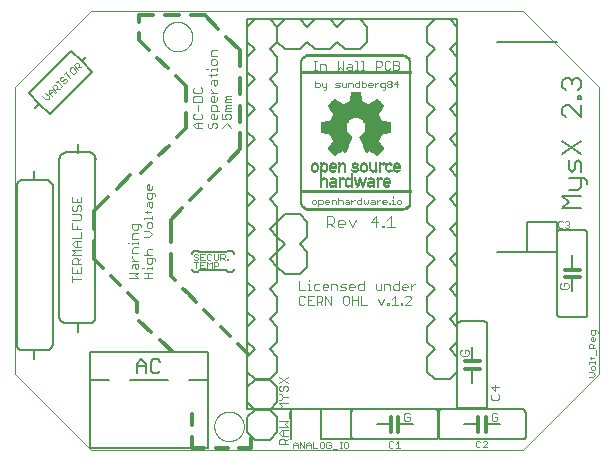
<source format=gto>
G75*
%MOIN*%
%OFA0B0*%
%FSLAX25Y25*%
%IPPOS*%
%LPD*%
%AMOC8*
5,1,8,0,0,1.08239X$1,22.5*
%
%ADD10C,0.00000*%
%ADD11C,0.01200*%
%ADD12C,0.00300*%
%ADD13C,0.00200*%
%ADD14C,0.00500*%
%ADD15R,0.32700X0.00100*%
%ADD16R,0.33700X0.00100*%
%ADD17R,0.34200X0.00100*%
%ADD18R,0.34700X0.00100*%
%ADD19R,0.34900X0.00100*%
%ADD20R,0.01500X0.00100*%
%ADD21R,0.01400X0.00100*%
%ADD22R,0.01200X0.00100*%
%ADD23R,0.01100X0.00100*%
%ADD24R,0.01000X0.00100*%
%ADD25R,0.00900X0.00100*%
%ADD26R,0.00700X0.00100*%
%ADD27R,0.00800X0.00100*%
%ADD28R,0.37100X0.00100*%
%ADD29R,0.00600X0.00100*%
%ADD30R,0.01300X0.00100*%
%ADD31R,0.02200X0.00100*%
%ADD32R,0.01700X0.00100*%
%ADD33R,0.02300X0.00100*%
%ADD34R,0.02400X0.00100*%
%ADD35R,0.01900X0.00100*%
%ADD36R,0.02500X0.00100*%
%ADD37R,0.02600X0.00100*%
%ADD38R,0.00300X0.00100*%
%ADD39R,0.02700X0.00100*%
%ADD40R,0.02100X0.00100*%
%ADD41R,0.02000X0.00100*%
%ADD42R,0.00200X0.00100*%
%ADD43R,0.01800X0.00100*%
%ADD44R,0.01600X0.00100*%
%ADD45R,0.00500X0.00100*%
%ADD46R,0.00400X0.00100*%
%ADD47R,0.00100X0.00100*%
%ADD48R,0.03200X0.00100*%
%ADD49R,0.03100X0.00100*%
%ADD50R,0.03400X0.00100*%
%ADD51R,0.03500X0.00100*%
%ADD52R,0.03900X0.00100*%
%ADD53R,0.05700X0.00100*%
%ADD54R,0.06000X0.00100*%
%ADD55R,0.06100X0.00100*%
%ADD56R,0.06200X0.00100*%
%ADD57R,0.06500X0.00100*%
%ADD58R,0.06400X0.00100*%
%ADD59R,0.06300X0.00100*%
%ADD60R,0.05900X0.00100*%
%ADD61R,0.05800X0.00100*%
%ADD62R,0.06600X0.00100*%
%ADD63R,0.06800X0.00100*%
%ADD64R,0.06700X0.00100*%
%ADD65R,0.06900X0.00100*%
%ADD66R,0.07000X0.00100*%
%ADD67R,0.07100X0.00100*%
%ADD68R,0.07800X0.00100*%
%ADD69R,0.08500X0.00100*%
%ADD70R,0.08600X0.00100*%
%ADD71R,0.08900X0.00100*%
%ADD72R,0.08800X0.00100*%
%ADD73R,0.08700X0.00100*%
%ADD74R,0.08400X0.00100*%
%ADD75R,0.07300X0.00100*%
%ADD76R,0.07400X0.00100*%
%ADD77R,0.16200X0.00100*%
%ADD78R,0.15900X0.00100*%
%ADD79R,0.15600X0.00100*%
%ADD80R,0.15300X0.00100*%
%ADD81R,0.16500X0.00100*%
%ADD82R,0.16800X0.00100*%
%ADD83R,0.17100X0.00100*%
%ADD84R,0.17400X0.00100*%
%ADD85R,0.17700X0.00100*%
%ADD86R,0.18000X0.00100*%
%ADD87R,0.18300X0.00100*%
%ADD88R,0.18600X0.00100*%
%ADD89R,0.04200X0.00100*%
%ADD90R,0.08100X0.00100*%
%ADD91R,0.07500X0.00100*%
%ADD92R,0.05100X0.00100*%
%ADD93R,0.04500X0.00100*%
%ADD94R,0.03600X0.00100*%
%ADD95R,0.03300X0.00100*%
%ADD96R,0.33600X0.00100*%
%ADD97C,0.00600*%
D10*
X0002942Y0027902D02*
X0028336Y0002508D01*
X0172431Y0002508D01*
X0197824Y0027902D01*
X0197824Y0123374D01*
X0172431Y0148768D01*
X0028336Y0148768D01*
X0002942Y0123374D01*
X0002942Y0027902D01*
X0069478Y0010382D02*
X0069480Y0010522D01*
X0069486Y0010662D01*
X0069496Y0010801D01*
X0069510Y0010940D01*
X0069528Y0011079D01*
X0069549Y0011217D01*
X0069575Y0011355D01*
X0069605Y0011492D01*
X0069638Y0011627D01*
X0069676Y0011762D01*
X0069717Y0011896D01*
X0069762Y0012029D01*
X0069810Y0012160D01*
X0069863Y0012289D01*
X0069919Y0012418D01*
X0069978Y0012544D01*
X0070042Y0012669D01*
X0070108Y0012792D01*
X0070179Y0012913D01*
X0070252Y0013032D01*
X0070329Y0013149D01*
X0070410Y0013263D01*
X0070493Y0013375D01*
X0070580Y0013485D01*
X0070670Y0013593D01*
X0070762Y0013697D01*
X0070858Y0013799D01*
X0070957Y0013899D01*
X0071058Y0013995D01*
X0071162Y0014089D01*
X0071269Y0014179D01*
X0071378Y0014266D01*
X0071490Y0014351D01*
X0071604Y0014432D01*
X0071720Y0014510D01*
X0071838Y0014584D01*
X0071959Y0014655D01*
X0072081Y0014723D01*
X0072206Y0014787D01*
X0072332Y0014848D01*
X0072459Y0014905D01*
X0072589Y0014958D01*
X0072720Y0015008D01*
X0072852Y0015053D01*
X0072985Y0015096D01*
X0073120Y0015134D01*
X0073255Y0015168D01*
X0073392Y0015199D01*
X0073529Y0015226D01*
X0073667Y0015248D01*
X0073806Y0015267D01*
X0073945Y0015282D01*
X0074084Y0015293D01*
X0074224Y0015300D01*
X0074364Y0015303D01*
X0074504Y0015302D01*
X0074644Y0015297D01*
X0074783Y0015288D01*
X0074923Y0015275D01*
X0075062Y0015258D01*
X0075200Y0015237D01*
X0075338Y0015213D01*
X0075475Y0015184D01*
X0075611Y0015152D01*
X0075746Y0015115D01*
X0075880Y0015075D01*
X0076013Y0015031D01*
X0076144Y0014983D01*
X0076274Y0014932D01*
X0076403Y0014877D01*
X0076530Y0014818D01*
X0076655Y0014755D01*
X0076778Y0014690D01*
X0076900Y0014620D01*
X0077019Y0014547D01*
X0077137Y0014471D01*
X0077252Y0014392D01*
X0077365Y0014309D01*
X0077475Y0014223D01*
X0077583Y0014134D01*
X0077688Y0014042D01*
X0077791Y0013947D01*
X0077891Y0013849D01*
X0077988Y0013749D01*
X0078082Y0013645D01*
X0078174Y0013539D01*
X0078262Y0013431D01*
X0078347Y0013320D01*
X0078429Y0013206D01*
X0078508Y0013090D01*
X0078583Y0012973D01*
X0078655Y0012853D01*
X0078723Y0012731D01*
X0078788Y0012607D01*
X0078850Y0012481D01*
X0078908Y0012354D01*
X0078962Y0012225D01*
X0079013Y0012094D01*
X0079059Y0011962D01*
X0079102Y0011829D01*
X0079142Y0011695D01*
X0079177Y0011560D01*
X0079209Y0011423D01*
X0079236Y0011286D01*
X0079260Y0011148D01*
X0079280Y0011010D01*
X0079296Y0010871D01*
X0079308Y0010731D01*
X0079316Y0010592D01*
X0079320Y0010452D01*
X0079320Y0010312D01*
X0079316Y0010172D01*
X0079308Y0010033D01*
X0079296Y0009893D01*
X0079280Y0009754D01*
X0079260Y0009616D01*
X0079236Y0009478D01*
X0079209Y0009341D01*
X0079177Y0009204D01*
X0079142Y0009069D01*
X0079102Y0008935D01*
X0079059Y0008802D01*
X0079013Y0008670D01*
X0078962Y0008539D01*
X0078908Y0008410D01*
X0078850Y0008283D01*
X0078788Y0008157D01*
X0078723Y0008033D01*
X0078655Y0007911D01*
X0078583Y0007791D01*
X0078508Y0007674D01*
X0078429Y0007558D01*
X0078347Y0007444D01*
X0078262Y0007333D01*
X0078174Y0007225D01*
X0078082Y0007119D01*
X0077988Y0007015D01*
X0077891Y0006915D01*
X0077791Y0006817D01*
X0077688Y0006722D01*
X0077583Y0006630D01*
X0077475Y0006541D01*
X0077365Y0006455D01*
X0077252Y0006372D01*
X0077137Y0006293D01*
X0077019Y0006217D01*
X0076900Y0006144D01*
X0076778Y0006074D01*
X0076655Y0006009D01*
X0076530Y0005946D01*
X0076403Y0005887D01*
X0076274Y0005832D01*
X0076144Y0005781D01*
X0076013Y0005733D01*
X0075880Y0005689D01*
X0075746Y0005649D01*
X0075611Y0005612D01*
X0075475Y0005580D01*
X0075338Y0005551D01*
X0075200Y0005527D01*
X0075062Y0005506D01*
X0074923Y0005489D01*
X0074783Y0005476D01*
X0074644Y0005467D01*
X0074504Y0005462D01*
X0074364Y0005461D01*
X0074224Y0005464D01*
X0074084Y0005471D01*
X0073945Y0005482D01*
X0073806Y0005497D01*
X0073667Y0005516D01*
X0073529Y0005538D01*
X0073392Y0005565D01*
X0073255Y0005596D01*
X0073120Y0005630D01*
X0072985Y0005668D01*
X0072852Y0005711D01*
X0072720Y0005756D01*
X0072589Y0005806D01*
X0072459Y0005859D01*
X0072332Y0005916D01*
X0072206Y0005977D01*
X0072081Y0006041D01*
X0071959Y0006109D01*
X0071838Y0006180D01*
X0071720Y0006254D01*
X0071604Y0006332D01*
X0071490Y0006413D01*
X0071378Y0006498D01*
X0071269Y0006585D01*
X0071162Y0006675D01*
X0071058Y0006769D01*
X0070957Y0006865D01*
X0070858Y0006965D01*
X0070762Y0007067D01*
X0070670Y0007171D01*
X0070580Y0007279D01*
X0070493Y0007389D01*
X0070410Y0007501D01*
X0070329Y0007615D01*
X0070252Y0007732D01*
X0070179Y0007851D01*
X0070108Y0007972D01*
X0070042Y0008095D01*
X0069978Y0008220D01*
X0069919Y0008346D01*
X0069863Y0008475D01*
X0069810Y0008604D01*
X0069762Y0008735D01*
X0069717Y0008868D01*
X0069676Y0009002D01*
X0069638Y0009137D01*
X0069605Y0009272D01*
X0069575Y0009409D01*
X0069549Y0009547D01*
X0069528Y0009685D01*
X0069510Y0009824D01*
X0069496Y0009963D01*
X0069486Y0010102D01*
X0069480Y0010242D01*
X0069478Y0010382D01*
X0052352Y0140303D02*
X0052354Y0140443D01*
X0052360Y0140583D01*
X0052370Y0140722D01*
X0052384Y0140861D01*
X0052402Y0141000D01*
X0052423Y0141138D01*
X0052449Y0141276D01*
X0052479Y0141413D01*
X0052512Y0141548D01*
X0052550Y0141683D01*
X0052591Y0141817D01*
X0052636Y0141950D01*
X0052684Y0142081D01*
X0052737Y0142210D01*
X0052793Y0142339D01*
X0052852Y0142465D01*
X0052916Y0142590D01*
X0052982Y0142713D01*
X0053053Y0142834D01*
X0053126Y0142953D01*
X0053203Y0143070D01*
X0053284Y0143184D01*
X0053367Y0143296D01*
X0053454Y0143406D01*
X0053544Y0143514D01*
X0053636Y0143618D01*
X0053732Y0143720D01*
X0053831Y0143820D01*
X0053932Y0143916D01*
X0054036Y0144010D01*
X0054143Y0144100D01*
X0054252Y0144187D01*
X0054364Y0144272D01*
X0054478Y0144353D01*
X0054594Y0144431D01*
X0054712Y0144505D01*
X0054833Y0144576D01*
X0054955Y0144644D01*
X0055080Y0144708D01*
X0055206Y0144769D01*
X0055333Y0144826D01*
X0055463Y0144879D01*
X0055594Y0144929D01*
X0055726Y0144974D01*
X0055859Y0145017D01*
X0055994Y0145055D01*
X0056129Y0145089D01*
X0056266Y0145120D01*
X0056403Y0145147D01*
X0056541Y0145169D01*
X0056680Y0145188D01*
X0056819Y0145203D01*
X0056958Y0145214D01*
X0057098Y0145221D01*
X0057238Y0145224D01*
X0057378Y0145223D01*
X0057518Y0145218D01*
X0057657Y0145209D01*
X0057797Y0145196D01*
X0057936Y0145179D01*
X0058074Y0145158D01*
X0058212Y0145134D01*
X0058349Y0145105D01*
X0058485Y0145073D01*
X0058620Y0145036D01*
X0058754Y0144996D01*
X0058887Y0144952D01*
X0059018Y0144904D01*
X0059148Y0144853D01*
X0059277Y0144798D01*
X0059404Y0144739D01*
X0059529Y0144676D01*
X0059652Y0144611D01*
X0059774Y0144541D01*
X0059893Y0144468D01*
X0060011Y0144392D01*
X0060126Y0144313D01*
X0060239Y0144230D01*
X0060349Y0144144D01*
X0060457Y0144055D01*
X0060562Y0143963D01*
X0060665Y0143868D01*
X0060765Y0143770D01*
X0060862Y0143670D01*
X0060956Y0143566D01*
X0061048Y0143460D01*
X0061136Y0143352D01*
X0061221Y0143241D01*
X0061303Y0143127D01*
X0061382Y0143011D01*
X0061457Y0142894D01*
X0061529Y0142774D01*
X0061597Y0142652D01*
X0061662Y0142528D01*
X0061724Y0142402D01*
X0061782Y0142275D01*
X0061836Y0142146D01*
X0061887Y0142015D01*
X0061933Y0141883D01*
X0061976Y0141750D01*
X0062016Y0141616D01*
X0062051Y0141481D01*
X0062083Y0141344D01*
X0062110Y0141207D01*
X0062134Y0141069D01*
X0062154Y0140931D01*
X0062170Y0140792D01*
X0062182Y0140652D01*
X0062190Y0140513D01*
X0062194Y0140373D01*
X0062194Y0140233D01*
X0062190Y0140093D01*
X0062182Y0139954D01*
X0062170Y0139814D01*
X0062154Y0139675D01*
X0062134Y0139537D01*
X0062110Y0139399D01*
X0062083Y0139262D01*
X0062051Y0139125D01*
X0062016Y0138990D01*
X0061976Y0138856D01*
X0061933Y0138723D01*
X0061887Y0138591D01*
X0061836Y0138460D01*
X0061782Y0138331D01*
X0061724Y0138204D01*
X0061662Y0138078D01*
X0061597Y0137954D01*
X0061529Y0137832D01*
X0061457Y0137712D01*
X0061382Y0137595D01*
X0061303Y0137479D01*
X0061221Y0137365D01*
X0061136Y0137254D01*
X0061048Y0137146D01*
X0060956Y0137040D01*
X0060862Y0136936D01*
X0060765Y0136836D01*
X0060665Y0136738D01*
X0060562Y0136643D01*
X0060457Y0136551D01*
X0060349Y0136462D01*
X0060239Y0136376D01*
X0060126Y0136293D01*
X0060011Y0136214D01*
X0059893Y0136138D01*
X0059774Y0136065D01*
X0059652Y0135995D01*
X0059529Y0135930D01*
X0059404Y0135867D01*
X0059277Y0135808D01*
X0059148Y0135753D01*
X0059018Y0135702D01*
X0058887Y0135654D01*
X0058754Y0135610D01*
X0058620Y0135570D01*
X0058485Y0135533D01*
X0058349Y0135501D01*
X0058212Y0135472D01*
X0058074Y0135448D01*
X0057936Y0135427D01*
X0057797Y0135410D01*
X0057657Y0135397D01*
X0057518Y0135388D01*
X0057378Y0135383D01*
X0057238Y0135382D01*
X0057098Y0135385D01*
X0056958Y0135392D01*
X0056819Y0135403D01*
X0056680Y0135418D01*
X0056541Y0135437D01*
X0056403Y0135459D01*
X0056266Y0135486D01*
X0056129Y0135517D01*
X0055994Y0135551D01*
X0055859Y0135589D01*
X0055726Y0135632D01*
X0055594Y0135677D01*
X0055463Y0135727D01*
X0055333Y0135780D01*
X0055206Y0135837D01*
X0055080Y0135898D01*
X0054955Y0135962D01*
X0054833Y0136030D01*
X0054712Y0136101D01*
X0054594Y0136175D01*
X0054478Y0136253D01*
X0054364Y0136334D01*
X0054252Y0136419D01*
X0054143Y0136506D01*
X0054036Y0136596D01*
X0053932Y0136690D01*
X0053831Y0136786D01*
X0053732Y0136886D01*
X0053636Y0136988D01*
X0053544Y0137092D01*
X0053454Y0137200D01*
X0053367Y0137310D01*
X0053284Y0137422D01*
X0053203Y0137536D01*
X0053126Y0137653D01*
X0053053Y0137772D01*
X0052982Y0137893D01*
X0052916Y0138016D01*
X0052852Y0138141D01*
X0052793Y0138267D01*
X0052737Y0138396D01*
X0052684Y0138525D01*
X0052636Y0138656D01*
X0052591Y0138789D01*
X0052550Y0138923D01*
X0052512Y0139058D01*
X0052479Y0139193D01*
X0052449Y0139330D01*
X0052423Y0139468D01*
X0052402Y0139606D01*
X0052384Y0139745D01*
X0052370Y0139884D01*
X0052360Y0140023D01*
X0052354Y0140163D01*
X0052352Y0140303D01*
D11*
X0047717Y0135968D02*
X0044281Y0139319D01*
X0044281Y0141386D01*
X0044281Y0145323D02*
X0044281Y0147390D01*
X0049005Y0147390D01*
X0052942Y0147390D02*
X0057667Y0147390D01*
X0061604Y0147390D02*
X0066328Y0147390D01*
X0070743Y0142975D01*
X0073527Y0140191D02*
X0077942Y0135776D01*
X0077942Y0130461D01*
X0077942Y0126524D02*
X0077942Y0121209D01*
X0077942Y0117272D02*
X0077942Y0111957D01*
X0077942Y0108020D02*
X0077942Y0102705D01*
X0074255Y0098954D01*
X0071495Y0096147D02*
X0067807Y0092396D01*
X0065047Y0089588D02*
X0061359Y0085838D01*
X0058599Y0083030D02*
X0054911Y0079280D01*
X0054911Y0071898D01*
X0054911Y0067961D02*
X0054911Y0060579D01*
X0056373Y0059116D01*
X0059157Y0056332D02*
X0060620Y0054870D01*
X0063474Y0051959D01*
X0066230Y0049148D02*
X0069084Y0046236D01*
X0071840Y0043425D02*
X0074694Y0040514D01*
X0077451Y0037703D02*
X0080305Y0034791D01*
X0055502Y0035579D02*
X0051445Y0039273D01*
X0048534Y0041924D02*
X0044478Y0045618D01*
X0043691Y0048571D02*
X0043691Y0051917D01*
X0040822Y0054786D01*
X0038038Y0057570D02*
X0035170Y0060438D01*
X0032386Y0063222D02*
X0029517Y0066091D01*
X0029517Y0072094D01*
X0029517Y0076031D02*
X0029517Y0082035D01*
X0034141Y0086735D01*
X0036902Y0089541D02*
X0041525Y0094240D01*
X0045068Y0094831D02*
X0048265Y0098027D01*
X0051049Y0100811D02*
X0054245Y0104008D01*
X0057029Y0106792D02*
X0060226Y0109988D01*
X0060226Y0114909D01*
X0060226Y0118846D02*
X0060226Y0123768D01*
X0056790Y0127119D01*
X0053971Y0129868D02*
X0050536Y0133219D01*
X0153002Y0032054D02*
X0155502Y0032054D01*
X0158002Y0032054D01*
X0158002Y0029554D02*
X0155502Y0029554D01*
X0153002Y0029554D01*
X0157448Y0013589D02*
X0157448Y0011089D01*
X0157448Y0008589D01*
X0159948Y0008589D02*
X0159948Y0011089D01*
X0159948Y0013589D01*
X0130813Y0013661D02*
X0130813Y0011161D01*
X0130813Y0008661D01*
X0128313Y0008661D02*
X0128313Y0011161D01*
X0128313Y0013661D01*
X0081879Y0006642D02*
X0081879Y0003295D01*
X0077877Y0003295D01*
X0073940Y0003295D02*
X0069937Y0003295D01*
X0066000Y0003295D02*
X0061998Y0003295D01*
X0061998Y0006937D01*
X0061998Y0010874D02*
X0061998Y0014516D01*
X0186269Y0060166D02*
X0188769Y0060166D01*
X0191269Y0060166D01*
X0191269Y0062666D02*
X0188769Y0062666D01*
X0186269Y0062666D01*
D12*
X0186184Y0058136D02*
X0186184Y0057169D01*
X0186184Y0058136D02*
X0187151Y0058136D01*
X0187635Y0057652D01*
X0187635Y0056685D01*
X0187151Y0056201D01*
X0185216Y0056201D01*
X0184733Y0056685D01*
X0184733Y0057652D01*
X0185216Y0058136D01*
X0154367Y0035408D02*
X0153884Y0035892D01*
X0152916Y0035892D01*
X0152916Y0034925D01*
X0151949Y0035892D02*
X0151465Y0035408D01*
X0151465Y0034441D01*
X0151949Y0033957D01*
X0153884Y0033957D01*
X0154367Y0034441D01*
X0154367Y0035408D01*
X0163058Y0024146D02*
X0163058Y0022211D01*
X0161607Y0023662D01*
X0164509Y0023662D01*
X0164025Y0021199D02*
X0164509Y0020715D01*
X0164509Y0019748D01*
X0164025Y0019264D01*
X0162090Y0019264D01*
X0161607Y0019748D01*
X0161607Y0020715D01*
X0162090Y0021199D01*
X0162434Y0015009D02*
X0161951Y0014525D01*
X0161951Y0012590D01*
X0162434Y0012107D01*
X0163402Y0012107D01*
X0163886Y0012590D01*
X0163886Y0013558D01*
X0162918Y0013558D01*
X0163886Y0014525D02*
X0163402Y0015009D01*
X0162434Y0015009D01*
X0134752Y0014525D02*
X0134268Y0015009D01*
X0133301Y0015009D01*
X0132817Y0014525D01*
X0132817Y0012590D01*
X0133301Y0012107D01*
X0134268Y0012107D01*
X0134752Y0012590D01*
X0134752Y0013558D01*
X0133784Y0013558D01*
X0094485Y0013227D02*
X0094485Y0015162D01*
X0094001Y0016173D02*
X0091099Y0016173D01*
X0092066Y0017141D01*
X0091099Y0018108D01*
X0094001Y0018108D01*
X0094001Y0020087D02*
X0092550Y0020087D01*
X0091582Y0021055D01*
X0091099Y0021055D01*
X0091582Y0022066D02*
X0092066Y0022066D01*
X0092550Y0022550D01*
X0092550Y0023517D01*
X0093034Y0024001D01*
X0093517Y0024001D01*
X0094001Y0023517D01*
X0094001Y0022550D01*
X0093517Y0022066D01*
X0091582Y0022066D02*
X0091099Y0022550D01*
X0091099Y0023517D01*
X0091582Y0024001D01*
X0091099Y0025013D02*
X0094001Y0026948D01*
X0094001Y0025013D02*
X0091099Y0026948D01*
X0092550Y0020087D02*
X0091582Y0019120D01*
X0091099Y0019120D01*
X0091099Y0012215D02*
X0094001Y0012215D01*
X0093034Y0011248D01*
X0094001Y0010280D01*
X0091099Y0010280D01*
X0092066Y0009269D02*
X0091099Y0008301D01*
X0092066Y0007334D01*
X0094001Y0007334D01*
X0094001Y0006322D02*
X0093034Y0005354D01*
X0093034Y0005838D02*
X0093034Y0004387D01*
X0094001Y0004387D02*
X0091099Y0004387D01*
X0091099Y0005838D01*
X0091582Y0006322D01*
X0092550Y0006322D01*
X0093034Y0005838D01*
X0092550Y0007334D02*
X0092550Y0009269D01*
X0092066Y0009269D02*
X0094001Y0009269D01*
X0098198Y0051009D02*
X0097715Y0051493D01*
X0097715Y0053428D01*
X0098198Y0053912D01*
X0099166Y0053912D01*
X0099649Y0053428D01*
X0100661Y0053912D02*
X0100661Y0051009D01*
X0102596Y0051009D01*
X0103608Y0051009D02*
X0103608Y0053912D01*
X0105059Y0053912D01*
X0105543Y0053428D01*
X0105543Y0052460D01*
X0105059Y0051977D01*
X0103608Y0051977D01*
X0104575Y0051977D02*
X0105543Y0051009D01*
X0106554Y0051009D02*
X0106554Y0053912D01*
X0108489Y0051009D01*
X0108489Y0053912D01*
X0108518Y0055809D02*
X0108518Y0057744D01*
X0109970Y0057744D01*
X0110453Y0057260D01*
X0110453Y0055809D01*
X0111465Y0055809D02*
X0112916Y0055809D01*
X0113400Y0056293D01*
X0112916Y0056777D01*
X0111949Y0056777D01*
X0111465Y0057260D01*
X0111949Y0057744D01*
X0113400Y0057744D01*
X0114411Y0057260D02*
X0114411Y0056293D01*
X0114895Y0055809D01*
X0115863Y0055809D01*
X0116346Y0056777D02*
X0114411Y0056777D01*
X0114411Y0057260D02*
X0114895Y0057744D01*
X0115863Y0057744D01*
X0116346Y0057260D01*
X0116346Y0056777D01*
X0117358Y0056293D02*
X0117358Y0057260D01*
X0117842Y0057744D01*
X0119293Y0057744D01*
X0119293Y0058712D02*
X0119293Y0055809D01*
X0117842Y0055809D01*
X0117358Y0056293D01*
X0117329Y0053912D02*
X0117329Y0051009D01*
X0118340Y0051009D02*
X0118340Y0053912D01*
X0117329Y0052460D02*
X0115394Y0052460D01*
X0114382Y0051493D02*
X0114382Y0053428D01*
X0113898Y0053912D01*
X0112931Y0053912D01*
X0112447Y0053428D01*
X0112447Y0051493D01*
X0112931Y0051009D01*
X0113898Y0051009D01*
X0114382Y0051493D01*
X0115394Y0051009D02*
X0115394Y0053912D01*
X0118340Y0051009D02*
X0120275Y0051009D01*
X0124233Y0052944D02*
X0125201Y0051009D01*
X0126168Y0052944D01*
X0127180Y0051493D02*
X0127663Y0051493D01*
X0127663Y0051009D01*
X0127180Y0051009D01*
X0127180Y0051493D01*
X0128653Y0051009D02*
X0130588Y0051009D01*
X0129620Y0051009D02*
X0129620Y0053912D01*
X0128653Y0052944D01*
X0131599Y0051493D02*
X0132083Y0051493D01*
X0132083Y0051009D01*
X0131599Y0051009D01*
X0131599Y0051493D01*
X0133073Y0051009D02*
X0135008Y0052944D01*
X0135008Y0053428D01*
X0134524Y0053912D01*
X0133556Y0053912D01*
X0133073Y0053428D01*
X0133073Y0051009D02*
X0135008Y0051009D01*
X0135037Y0055809D02*
X0135037Y0057744D01*
X0135037Y0056777D02*
X0136005Y0057744D01*
X0136488Y0057744D01*
X0134026Y0057260D02*
X0134026Y0056777D01*
X0132091Y0056777D01*
X0132091Y0057260D02*
X0132091Y0056293D01*
X0132574Y0055809D01*
X0133542Y0055809D01*
X0134026Y0057260D02*
X0133542Y0057744D01*
X0132574Y0057744D01*
X0132091Y0057260D01*
X0131079Y0057744D02*
X0129628Y0057744D01*
X0129144Y0057260D01*
X0129144Y0056293D01*
X0129628Y0055809D01*
X0131079Y0055809D01*
X0131079Y0058712D01*
X0128133Y0057260D02*
X0128133Y0055809D01*
X0128133Y0057260D02*
X0127649Y0057744D01*
X0126198Y0057744D01*
X0126198Y0055809D01*
X0125186Y0055809D02*
X0125186Y0057744D01*
X0125186Y0055809D02*
X0123735Y0055809D01*
X0123251Y0056293D01*
X0123251Y0057744D01*
X0107507Y0057260D02*
X0107507Y0056777D01*
X0105572Y0056777D01*
X0105572Y0057260D02*
X0105572Y0056293D01*
X0106056Y0055809D01*
X0107023Y0055809D01*
X0107507Y0057260D02*
X0107023Y0057744D01*
X0106056Y0057744D01*
X0105572Y0057260D01*
X0104560Y0057744D02*
X0103109Y0057744D01*
X0102625Y0057260D01*
X0102625Y0056293D01*
X0103109Y0055809D01*
X0104560Y0055809D01*
X0102596Y0053912D02*
X0100661Y0053912D01*
X0100661Y0052460D02*
X0101629Y0052460D01*
X0099649Y0051493D02*
X0099166Y0051009D01*
X0098198Y0051009D01*
X0097715Y0055809D02*
X0099649Y0055809D01*
X0100661Y0055809D02*
X0101629Y0055809D01*
X0101145Y0055809D02*
X0101145Y0057744D01*
X0100661Y0057744D01*
X0101145Y0058712D02*
X0101145Y0059195D01*
X0097715Y0058712D02*
X0097715Y0055809D01*
X0106915Y0076709D02*
X0106915Y0080412D01*
X0108766Y0080412D01*
X0109383Y0079795D01*
X0109383Y0078561D01*
X0108766Y0077943D01*
X0106915Y0077943D01*
X0108149Y0077943D02*
X0109383Y0076709D01*
X0110598Y0077326D02*
X0110598Y0078561D01*
X0111215Y0079178D01*
X0112449Y0079178D01*
X0113066Y0078561D01*
X0113066Y0077943D01*
X0110598Y0077943D01*
X0110598Y0077326D02*
X0111215Y0076709D01*
X0112449Y0076709D01*
X0115515Y0076709D02*
X0114281Y0079178D01*
X0116750Y0079178D02*
X0115515Y0076709D01*
X0121647Y0078561D02*
X0124116Y0078561D01*
X0125330Y0077326D02*
X0125947Y0077326D01*
X0125947Y0076709D01*
X0125330Y0076709D01*
X0125330Y0077326D01*
X0123499Y0076709D02*
X0123499Y0080412D01*
X0121647Y0078561D01*
X0127172Y0079178D02*
X0128406Y0080412D01*
X0128406Y0076709D01*
X0127172Y0076709D02*
X0129641Y0076709D01*
X0075037Y0109744D02*
X0073585Y0111679D01*
X0072134Y0109744D01*
X0070237Y0110228D02*
X0070237Y0111196D01*
X0069753Y0111679D01*
X0069269Y0111679D01*
X0068785Y0111196D01*
X0068785Y0110228D01*
X0068302Y0109744D01*
X0067818Y0109744D01*
X0067334Y0110228D01*
X0067334Y0111196D01*
X0067818Y0111679D01*
X0068785Y0112691D02*
X0068302Y0113175D01*
X0068302Y0114142D01*
X0068785Y0114626D01*
X0069269Y0114626D01*
X0069269Y0112691D01*
X0069753Y0112691D02*
X0068785Y0112691D01*
X0069753Y0112691D02*
X0070237Y0113175D01*
X0070237Y0114142D01*
X0070237Y0115638D02*
X0070237Y0117089D01*
X0069753Y0117573D01*
X0068785Y0117573D01*
X0068302Y0117089D01*
X0068302Y0115638D01*
X0071204Y0115638D01*
X0072134Y0114626D02*
X0072134Y0112691D01*
X0073585Y0112691D01*
X0073102Y0113658D01*
X0073102Y0114142D01*
X0073585Y0114626D01*
X0074553Y0114626D01*
X0075037Y0114142D01*
X0075037Y0113175D01*
X0074553Y0112691D01*
X0075037Y0115638D02*
X0073102Y0115638D01*
X0073102Y0116121D01*
X0073585Y0116605D01*
X0073102Y0117089D01*
X0073585Y0117573D01*
X0075037Y0117573D01*
X0075037Y0116605D02*
X0073585Y0116605D01*
X0073102Y0118584D02*
X0073102Y0119068D01*
X0073585Y0119552D01*
X0073102Y0120035D01*
X0073585Y0120519D01*
X0075037Y0120519D01*
X0075037Y0119552D02*
X0073585Y0119552D01*
X0073102Y0118584D02*
X0075037Y0118584D01*
X0070237Y0119068D02*
X0069753Y0118584D01*
X0068785Y0118584D01*
X0068302Y0119068D01*
X0068302Y0120035D01*
X0068785Y0120519D01*
X0069269Y0120519D01*
X0069269Y0118584D01*
X0070237Y0119068D02*
X0070237Y0120035D01*
X0070237Y0121531D02*
X0068302Y0121531D01*
X0068302Y0122498D02*
X0068302Y0122982D01*
X0068302Y0122498D02*
X0069269Y0121531D01*
X0069753Y0123986D02*
X0069269Y0124470D01*
X0069269Y0125921D01*
X0068785Y0125921D02*
X0070237Y0125921D01*
X0070237Y0124470D01*
X0069753Y0123986D01*
X0068302Y0124470D02*
X0068302Y0125437D01*
X0068785Y0125921D01*
X0068302Y0126933D02*
X0068302Y0127900D01*
X0067818Y0127416D02*
X0069753Y0127416D01*
X0070237Y0127900D01*
X0070237Y0128897D02*
X0070237Y0129864D01*
X0070237Y0129381D02*
X0068302Y0129381D01*
X0068302Y0128897D01*
X0067334Y0129381D02*
X0066850Y0129381D01*
X0068785Y0130861D02*
X0069753Y0130861D01*
X0070237Y0131345D01*
X0070237Y0132312D01*
X0069753Y0132796D01*
X0068785Y0132796D01*
X0068302Y0132312D01*
X0068302Y0131345D01*
X0068785Y0130861D01*
X0068302Y0133808D02*
X0068302Y0135259D01*
X0068785Y0135743D01*
X0070237Y0135743D01*
X0070237Y0133808D02*
X0068302Y0133808D01*
X0064953Y0123466D02*
X0065437Y0122982D01*
X0065437Y0122014D01*
X0064953Y0121531D01*
X0063018Y0121531D01*
X0062534Y0122014D01*
X0062534Y0122982D01*
X0063018Y0123466D01*
X0063018Y0120519D02*
X0062534Y0120035D01*
X0062534Y0118584D01*
X0065437Y0118584D01*
X0065437Y0120035D01*
X0064953Y0120519D01*
X0063018Y0120519D01*
X0063985Y0117573D02*
X0063985Y0115638D01*
X0063018Y0114626D02*
X0062534Y0114142D01*
X0062534Y0113175D01*
X0063018Y0112691D01*
X0064953Y0112691D01*
X0065437Y0113175D01*
X0065437Y0114142D01*
X0064953Y0114626D01*
X0065437Y0111679D02*
X0063502Y0111679D01*
X0062534Y0110712D01*
X0063502Y0109744D01*
X0065437Y0109744D01*
X0063985Y0109744D02*
X0063985Y0111679D01*
X0069753Y0109744D02*
X0070237Y0110228D01*
X0048855Y0090661D02*
X0048855Y0089693D01*
X0048372Y0089210D01*
X0047404Y0089210D01*
X0046920Y0089693D01*
X0046920Y0090661D01*
X0047404Y0091145D01*
X0047888Y0091145D01*
X0047888Y0089210D01*
X0048855Y0088198D02*
X0048855Y0086747D01*
X0048372Y0086263D01*
X0047404Y0086263D01*
X0046920Y0086747D01*
X0046920Y0088198D01*
X0049339Y0088198D01*
X0049823Y0087714D01*
X0049823Y0087231D01*
X0048855Y0085252D02*
X0047404Y0085252D01*
X0046920Y0084768D01*
X0046920Y0083800D01*
X0047888Y0083800D02*
X0047888Y0085252D01*
X0048855Y0085252D02*
X0048855Y0083800D01*
X0048372Y0083317D01*
X0047888Y0083800D01*
X0048855Y0082320D02*
X0048372Y0081836D01*
X0046437Y0081836D01*
X0046920Y0081352D02*
X0046920Y0082320D01*
X0045953Y0079872D02*
X0048855Y0079872D01*
X0048855Y0080355D02*
X0048855Y0079388D01*
X0048372Y0078376D02*
X0047404Y0078376D01*
X0046920Y0077893D01*
X0046920Y0076925D01*
X0047404Y0076441D01*
X0048372Y0076441D01*
X0048855Y0076925D01*
X0048855Y0077893D01*
X0048372Y0078376D01*
X0045953Y0079388D02*
X0045953Y0079872D01*
X0044539Y0077885D02*
X0042120Y0077885D01*
X0042120Y0076434D01*
X0042604Y0075950D01*
X0043572Y0075950D01*
X0044055Y0076434D01*
X0044055Y0077885D01*
X0044539Y0077885D02*
X0045023Y0077402D01*
X0045023Y0076918D01*
X0045953Y0075430D02*
X0047888Y0075430D01*
X0048855Y0074462D01*
X0047888Y0073495D01*
X0045953Y0073495D01*
X0044055Y0073004D02*
X0042120Y0073004D01*
X0042120Y0074455D01*
X0042604Y0074939D01*
X0044055Y0074939D01*
X0044055Y0072007D02*
X0044055Y0071039D01*
X0044055Y0071523D02*
X0042120Y0071523D01*
X0042120Y0071039D01*
X0041153Y0071523D02*
X0040669Y0071523D01*
X0042604Y0070028D02*
X0044055Y0070028D01*
X0042604Y0070028D02*
X0042120Y0069544D01*
X0042120Y0068093D01*
X0044055Y0068093D01*
X0045953Y0067602D02*
X0048855Y0067602D01*
X0048855Y0066590D02*
X0048855Y0065139D01*
X0048372Y0064655D01*
X0047404Y0064655D01*
X0046920Y0065139D01*
X0046920Y0066590D01*
X0049339Y0066590D01*
X0049823Y0066107D01*
X0049823Y0065623D01*
X0048855Y0063658D02*
X0048855Y0062691D01*
X0048855Y0063175D02*
X0046920Y0063175D01*
X0046920Y0062691D01*
X0045953Y0063175D02*
X0045469Y0063175D01*
X0044055Y0063175D02*
X0043572Y0062691D01*
X0043088Y0063175D01*
X0043088Y0064626D01*
X0042604Y0064626D02*
X0044055Y0064626D01*
X0044055Y0063175D01*
X0044055Y0061679D02*
X0041153Y0061679D01*
X0042120Y0063175D02*
X0042120Y0064142D01*
X0042604Y0064626D01*
X0042120Y0065638D02*
X0044055Y0065638D01*
X0043088Y0065638D02*
X0042120Y0066605D01*
X0042120Y0067089D01*
X0046920Y0068086D02*
X0046920Y0069053D01*
X0047404Y0069537D01*
X0048855Y0069537D01*
X0047404Y0067602D02*
X0046920Y0068086D01*
X0047404Y0061679D02*
X0047404Y0059744D01*
X0048855Y0059744D02*
X0045953Y0059744D01*
X0044055Y0059744D02*
X0043088Y0060712D01*
X0044055Y0061679D01*
X0045953Y0061679D02*
X0048855Y0061679D01*
X0044055Y0059744D02*
X0041153Y0059744D01*
X0025059Y0059514D02*
X0022156Y0059514D01*
X0022156Y0058547D02*
X0022156Y0060482D01*
X0022156Y0061493D02*
X0025059Y0061493D01*
X0025059Y0063428D01*
X0025059Y0064440D02*
X0022156Y0064440D01*
X0022156Y0065891D01*
X0022640Y0066375D01*
X0023607Y0066375D01*
X0024091Y0065891D01*
X0024091Y0064440D01*
X0024091Y0065407D02*
X0025059Y0066375D01*
X0025059Y0067386D02*
X0022156Y0067386D01*
X0023124Y0068354D01*
X0022156Y0069321D01*
X0025059Y0069321D01*
X0025059Y0070333D02*
X0023124Y0070333D01*
X0022156Y0071300D01*
X0023124Y0072268D01*
X0025059Y0072268D01*
X0025059Y0073279D02*
X0025059Y0075214D01*
X0025059Y0076226D02*
X0022156Y0076226D01*
X0022156Y0078161D01*
X0022156Y0079172D02*
X0024575Y0079172D01*
X0025059Y0079656D01*
X0025059Y0080624D01*
X0024575Y0081107D01*
X0022156Y0081107D01*
X0022640Y0082119D02*
X0023124Y0082119D01*
X0023607Y0082603D01*
X0023607Y0083570D01*
X0024091Y0084054D01*
X0024575Y0084054D01*
X0025059Y0083570D01*
X0025059Y0082603D01*
X0024575Y0082119D01*
X0022640Y0082119D02*
X0022156Y0082603D01*
X0022156Y0083570D01*
X0022640Y0084054D01*
X0022156Y0085066D02*
X0025059Y0085066D01*
X0025059Y0087000D01*
X0023607Y0086033D02*
X0023607Y0085066D01*
X0022156Y0085066D02*
X0022156Y0087000D01*
X0023607Y0077193D02*
X0023607Y0076226D01*
X0022156Y0073279D02*
X0025059Y0073279D01*
X0023607Y0072268D02*
X0023607Y0070333D01*
X0022156Y0063428D02*
X0022156Y0061493D01*
X0023607Y0061493D02*
X0023607Y0062461D01*
X0102715Y0129309D02*
X0103682Y0129309D01*
X0103198Y0129309D02*
X0103198Y0132212D01*
X0102715Y0132212D02*
X0103682Y0132212D01*
X0104679Y0131244D02*
X0106130Y0131244D01*
X0106614Y0130760D01*
X0106614Y0129309D01*
X0104679Y0129309D02*
X0104679Y0131244D01*
X0110572Y0132212D02*
X0110572Y0129309D01*
X0111539Y0130277D01*
X0112507Y0129309D01*
X0112507Y0132212D01*
X0114002Y0131244D02*
X0114970Y0131244D01*
X0115453Y0130760D01*
X0115453Y0129309D01*
X0114002Y0129309D01*
X0113518Y0129793D01*
X0114002Y0130277D01*
X0115453Y0130277D01*
X0116465Y0129309D02*
X0117432Y0129309D01*
X0116949Y0129309D02*
X0116949Y0132212D01*
X0116465Y0132212D01*
X0118429Y0132212D02*
X0118913Y0132212D01*
X0118913Y0129309D01*
X0118429Y0129309D02*
X0119397Y0129309D01*
X0123340Y0129309D02*
X0123340Y0132212D01*
X0124791Y0132212D01*
X0125275Y0131728D01*
X0125275Y0130760D01*
X0124791Y0130277D01*
X0123340Y0130277D01*
X0126287Y0129793D02*
X0126770Y0129309D01*
X0127738Y0129309D01*
X0128222Y0129793D01*
X0129233Y0129309D02*
X0130684Y0129309D01*
X0131168Y0129793D01*
X0131168Y0130277D01*
X0130684Y0130760D01*
X0129233Y0130760D01*
X0128222Y0131728D02*
X0127738Y0132212D01*
X0126770Y0132212D01*
X0126287Y0131728D01*
X0126287Y0129793D01*
X0129233Y0129309D02*
X0129233Y0132212D01*
X0130684Y0132212D01*
X0131168Y0131728D01*
X0131168Y0131244D01*
X0130684Y0130760D01*
D13*
X0130416Y0125561D02*
X0129315Y0124460D01*
X0130783Y0124460D01*
X0130416Y0123359D02*
X0130416Y0125561D01*
X0128573Y0125194D02*
X0128573Y0124827D01*
X0128206Y0124460D01*
X0127472Y0124460D01*
X0127105Y0124827D01*
X0127105Y0125194D01*
X0127472Y0125561D01*
X0128206Y0125561D01*
X0128573Y0125194D01*
X0128206Y0124460D02*
X0128573Y0124093D01*
X0128573Y0123726D01*
X0128206Y0123359D01*
X0127472Y0123359D01*
X0127105Y0123726D01*
X0127105Y0124093D01*
X0127472Y0124460D01*
X0126363Y0124827D02*
X0125262Y0124827D01*
X0124895Y0124460D01*
X0124895Y0123726D01*
X0125262Y0123359D01*
X0126363Y0123359D01*
X0126363Y0122992D02*
X0126363Y0124827D01*
X0126363Y0122992D02*
X0125996Y0122625D01*
X0125629Y0122625D01*
X0123053Y0123359D02*
X0123053Y0124827D01*
X0123053Y0124093D02*
X0123787Y0124827D01*
X0124154Y0124827D01*
X0122311Y0124460D02*
X0122311Y0124093D01*
X0120844Y0124093D01*
X0120844Y0123726D02*
X0120844Y0124460D01*
X0121211Y0124827D01*
X0121944Y0124827D01*
X0122311Y0124460D01*
X0121944Y0123359D02*
X0121211Y0123359D01*
X0120844Y0123726D01*
X0120102Y0123726D02*
X0120102Y0124460D01*
X0119735Y0124827D01*
X0118634Y0124827D01*
X0118634Y0125561D02*
X0118634Y0123359D01*
X0119735Y0123359D01*
X0120102Y0123726D01*
X0117892Y0123359D02*
X0117892Y0125561D01*
X0117892Y0124827D02*
X0116791Y0124827D01*
X0116424Y0124460D01*
X0116424Y0123726D01*
X0116791Y0123359D01*
X0117892Y0123359D01*
X0115682Y0123359D02*
X0115682Y0124460D01*
X0115315Y0124827D01*
X0114214Y0124827D01*
X0114214Y0123359D01*
X0113472Y0123359D02*
X0113472Y0124827D01*
X0113472Y0123359D02*
X0112371Y0123359D01*
X0112004Y0123726D01*
X0112004Y0124827D01*
X0111262Y0124827D02*
X0110161Y0124827D01*
X0109794Y0124460D01*
X0110161Y0124093D01*
X0110895Y0124093D01*
X0111262Y0123726D01*
X0110895Y0123359D01*
X0109794Y0123359D01*
X0106842Y0123359D02*
X0105741Y0123359D01*
X0105374Y0123726D01*
X0105374Y0124827D01*
X0104632Y0124460D02*
X0104265Y0124827D01*
X0103165Y0124827D01*
X0103165Y0125561D02*
X0103165Y0123359D01*
X0104265Y0123359D01*
X0104632Y0123726D01*
X0104632Y0124460D01*
X0106842Y0124827D02*
X0106842Y0122992D01*
X0106475Y0122625D01*
X0106108Y0122625D01*
X0129218Y0087028D02*
X0129218Y0086661D01*
X0129218Y0085927D02*
X0129218Y0084459D01*
X0128851Y0084459D02*
X0129585Y0084459D01*
X0130325Y0084826D02*
X0130325Y0085560D01*
X0130692Y0085927D01*
X0131426Y0085927D01*
X0131793Y0085560D01*
X0131793Y0084826D01*
X0131426Y0084459D01*
X0130692Y0084459D01*
X0130325Y0084826D01*
X0129218Y0085927D02*
X0128851Y0085927D01*
X0128113Y0084826D02*
X0127746Y0084826D01*
X0127746Y0084459D01*
X0128113Y0084459D01*
X0128113Y0084826D01*
X0127004Y0085193D02*
X0127004Y0085560D01*
X0126638Y0085927D01*
X0125904Y0085927D01*
X0125537Y0085560D01*
X0125537Y0084826D01*
X0125904Y0084459D01*
X0126638Y0084459D01*
X0127004Y0085193D02*
X0125537Y0085193D01*
X0124796Y0085927D02*
X0124429Y0085927D01*
X0123695Y0085193D01*
X0123695Y0084459D02*
X0123695Y0085927D01*
X0122953Y0085560D02*
X0122953Y0084459D01*
X0121852Y0084459D01*
X0121485Y0084826D01*
X0121852Y0085193D01*
X0122953Y0085193D01*
X0122953Y0085560D02*
X0122586Y0085927D01*
X0121852Y0085927D01*
X0120743Y0085927D02*
X0120743Y0084826D01*
X0120376Y0084459D01*
X0120009Y0084826D01*
X0119642Y0084459D01*
X0119275Y0084826D01*
X0119275Y0085927D01*
X0118533Y0085927D02*
X0117432Y0085927D01*
X0117065Y0085560D01*
X0117065Y0084826D01*
X0117432Y0084459D01*
X0118533Y0084459D01*
X0118533Y0086661D01*
X0116325Y0085927D02*
X0115958Y0085927D01*
X0115224Y0085193D01*
X0115224Y0084459D02*
X0115224Y0085927D01*
X0114482Y0085560D02*
X0114482Y0084459D01*
X0113381Y0084459D01*
X0113014Y0084826D01*
X0113381Y0085193D01*
X0114482Y0085193D01*
X0114482Y0085560D02*
X0114115Y0085927D01*
X0113381Y0085927D01*
X0112272Y0085560D02*
X0112272Y0084459D01*
X0112272Y0085560D02*
X0111905Y0085927D01*
X0111171Y0085927D01*
X0110804Y0085560D01*
X0110062Y0085560D02*
X0110062Y0084459D01*
X0110804Y0084459D02*
X0110804Y0086661D01*
X0110062Y0085560D02*
X0109695Y0085927D01*
X0108594Y0085927D01*
X0108594Y0084459D01*
X0107852Y0085193D02*
X0106384Y0085193D01*
X0106384Y0084826D02*
X0106384Y0085560D01*
X0106751Y0085927D01*
X0107485Y0085927D01*
X0107852Y0085560D01*
X0107852Y0085193D01*
X0107485Y0084459D02*
X0106751Y0084459D01*
X0106384Y0084826D01*
X0105642Y0084826D02*
X0105642Y0085560D01*
X0105275Y0085927D01*
X0104174Y0085927D01*
X0104174Y0083725D01*
X0104174Y0084459D02*
X0105275Y0084459D01*
X0105642Y0084826D01*
X0103432Y0084826D02*
X0103432Y0085560D01*
X0103065Y0085927D01*
X0102331Y0085927D01*
X0101965Y0085560D01*
X0101965Y0084826D01*
X0102331Y0084459D01*
X0103065Y0084459D01*
X0103432Y0084826D01*
X0074053Y0066152D02*
X0074053Y0065785D01*
X0073686Y0065785D01*
X0073686Y0066152D01*
X0074053Y0066152D01*
X0072944Y0065785D02*
X0072210Y0066519D01*
X0072577Y0066519D02*
X0071476Y0066519D01*
X0071476Y0065785D02*
X0071476Y0067987D01*
X0072577Y0067987D01*
X0072944Y0067620D01*
X0072944Y0066886D01*
X0072577Y0066519D01*
X0070735Y0066152D02*
X0070368Y0065785D01*
X0069634Y0065785D01*
X0069267Y0066152D01*
X0069267Y0067987D01*
X0068525Y0067620D02*
X0068158Y0067987D01*
X0067424Y0067987D01*
X0067057Y0067620D01*
X0067057Y0066152D01*
X0067424Y0065785D01*
X0068158Y0065785D01*
X0068525Y0066152D01*
X0068576Y0065243D02*
X0067842Y0064509D01*
X0067108Y0065243D01*
X0067108Y0063041D01*
X0066366Y0063041D02*
X0064898Y0063041D01*
X0064898Y0065243D01*
X0066366Y0065243D01*
X0066315Y0065785D02*
X0064847Y0065785D01*
X0064847Y0067987D01*
X0066315Y0067987D01*
X0065581Y0066886D02*
X0064847Y0066886D01*
X0064105Y0066519D02*
X0064105Y0066152D01*
X0063738Y0065785D01*
X0063004Y0065785D01*
X0062637Y0066152D01*
X0063004Y0066886D02*
X0063738Y0066886D01*
X0064105Y0066519D01*
X0064105Y0067620D02*
X0063738Y0067987D01*
X0063004Y0067987D01*
X0062637Y0067620D01*
X0062637Y0067253D01*
X0063004Y0066886D01*
X0062688Y0065243D02*
X0064156Y0065243D01*
X0063422Y0065243D02*
X0063422Y0063041D01*
X0064898Y0064142D02*
X0065632Y0064142D01*
X0068576Y0065243D02*
X0068576Y0063041D01*
X0069318Y0063041D02*
X0069318Y0065243D01*
X0070419Y0065243D01*
X0070786Y0064876D01*
X0070786Y0064142D01*
X0070419Y0063775D01*
X0069318Y0063775D01*
X0070735Y0066152D02*
X0070735Y0067987D01*
X0014270Y0119370D02*
X0013232Y0119370D01*
X0012194Y0120408D01*
X0013232Y0121446D02*
X0014270Y0120408D01*
X0014270Y0119370D01*
X0015313Y0120413D02*
X0014275Y0121451D01*
X0014275Y0122489D01*
X0015313Y0122489D01*
X0016351Y0121451D01*
X0016876Y0121976D02*
X0015319Y0123533D01*
X0016098Y0124311D01*
X0016617Y0124311D01*
X0017136Y0123792D01*
X0017136Y0123273D01*
X0016357Y0122495D01*
X0016876Y0123014D02*
X0017914Y0123014D01*
X0018439Y0123539D02*
X0018958Y0124058D01*
X0018698Y0123798D02*
X0017141Y0125355D01*
X0016882Y0125096D02*
X0017401Y0125615D01*
X0018183Y0125878D02*
X0018442Y0125618D01*
X0018961Y0125618D01*
X0019480Y0126137D01*
X0019999Y0126137D01*
X0020259Y0125878D01*
X0020259Y0125359D01*
X0019740Y0124840D01*
X0019221Y0124840D01*
X0018183Y0125878D02*
X0018183Y0126397D01*
X0018702Y0126916D01*
X0019221Y0126916D01*
X0019486Y0127700D02*
X0020524Y0128738D01*
X0020005Y0128219D02*
X0021562Y0126662D01*
X0022346Y0127965D02*
X0022865Y0127965D01*
X0023384Y0128484D01*
X0023384Y0129003D01*
X0022346Y0130041D01*
X0021827Y0130041D01*
X0021308Y0129522D01*
X0021308Y0129003D01*
X0022346Y0127965D01*
X0023649Y0129787D02*
X0024428Y0130566D01*
X0024428Y0131085D01*
X0023909Y0131604D01*
X0023390Y0131604D01*
X0022611Y0130825D01*
X0024168Y0129268D01*
X0024168Y0130306D02*
X0025206Y0130306D01*
X0015573Y0122230D02*
X0014535Y0121192D01*
X0096532Y0005302D02*
X0095798Y0004568D01*
X0095798Y0003100D01*
X0095798Y0004201D02*
X0097266Y0004201D01*
X0097266Y0004568D02*
X0097266Y0003100D01*
X0098008Y0003100D02*
X0098008Y0005302D01*
X0099476Y0003100D01*
X0099476Y0005302D01*
X0100218Y0004568D02*
X0100218Y0003100D01*
X0100218Y0004201D02*
X0101686Y0004201D01*
X0101686Y0004568D02*
X0101686Y0003100D01*
X0102428Y0003100D02*
X0102428Y0005302D01*
X0101686Y0004568D02*
X0100952Y0005302D01*
X0100218Y0004568D01*
X0102428Y0003100D02*
X0103896Y0003100D01*
X0104638Y0003467D02*
X0105005Y0003100D01*
X0105739Y0003100D01*
X0106106Y0003467D01*
X0106106Y0004935D01*
X0105739Y0005302D01*
X0105005Y0005302D01*
X0104638Y0004935D01*
X0104638Y0003467D01*
X0106848Y0003467D02*
X0106848Y0004935D01*
X0107215Y0005302D01*
X0107949Y0005302D01*
X0108316Y0004935D01*
X0108316Y0004201D02*
X0107582Y0004201D01*
X0108316Y0004201D02*
X0108316Y0003467D01*
X0107949Y0003100D01*
X0107215Y0003100D01*
X0106848Y0003467D01*
X0109058Y0002733D02*
X0110526Y0002733D01*
X0111268Y0003100D02*
X0112001Y0003100D01*
X0111635Y0003100D02*
X0111635Y0005302D01*
X0112001Y0005302D02*
X0111268Y0005302D01*
X0112741Y0004935D02*
X0112741Y0003467D01*
X0113108Y0003100D01*
X0113842Y0003100D01*
X0114209Y0003467D01*
X0114209Y0004935D01*
X0113842Y0005302D01*
X0113108Y0005302D01*
X0112741Y0004935D01*
X0127728Y0005026D02*
X0127728Y0003558D01*
X0128095Y0003191D01*
X0128829Y0003191D01*
X0129196Y0003558D01*
X0129938Y0003191D02*
X0131406Y0003191D01*
X0130672Y0003191D02*
X0130672Y0005393D01*
X0129938Y0004659D01*
X0129196Y0005026D02*
X0128829Y0005393D01*
X0128095Y0005393D01*
X0127728Y0005026D01*
X0156737Y0005225D02*
X0156737Y0003757D01*
X0157104Y0003390D01*
X0157838Y0003390D01*
X0158205Y0003757D01*
X0158947Y0003390D02*
X0160415Y0004858D01*
X0160415Y0005225D01*
X0160048Y0005592D01*
X0159314Y0005592D01*
X0158947Y0005225D01*
X0158205Y0005225D02*
X0157838Y0005592D01*
X0157104Y0005592D01*
X0156737Y0005225D01*
X0158947Y0003390D02*
X0160415Y0003390D01*
X0194315Y0026907D02*
X0195783Y0026907D01*
X0196517Y0027641D01*
X0195783Y0028375D01*
X0194315Y0028375D01*
X0195416Y0029117D02*
X0196150Y0029117D01*
X0196517Y0029484D01*
X0196517Y0030218D01*
X0196150Y0030585D01*
X0195416Y0030585D01*
X0195049Y0030218D01*
X0195049Y0029484D01*
X0195416Y0029117D01*
X0194315Y0031327D02*
X0194315Y0031694D01*
X0196517Y0031694D01*
X0196517Y0031327D02*
X0196517Y0032061D01*
X0196150Y0033167D02*
X0194682Y0033167D01*
X0195049Y0032800D02*
X0195049Y0033534D01*
X0196150Y0033167D02*
X0196517Y0033534D01*
X0196884Y0034273D02*
X0196884Y0035741D01*
X0196517Y0036483D02*
X0194315Y0036483D01*
X0194315Y0037584D01*
X0194682Y0037951D01*
X0195416Y0037951D01*
X0195783Y0037584D01*
X0195783Y0036483D01*
X0195783Y0037217D02*
X0196517Y0037951D01*
X0196150Y0038693D02*
X0195416Y0038693D01*
X0195049Y0039060D01*
X0195049Y0039794D01*
X0195416Y0040161D01*
X0195783Y0040161D01*
X0195783Y0038693D01*
X0196150Y0038693D02*
X0196517Y0039060D01*
X0196517Y0039794D01*
X0196150Y0040903D02*
X0195416Y0040903D01*
X0195049Y0041270D01*
X0195049Y0042371D01*
X0196884Y0042371D01*
X0197251Y0042004D01*
X0197251Y0041637D01*
X0196517Y0041270D02*
X0196517Y0042371D01*
X0196517Y0041270D02*
X0196150Y0040903D01*
X0187527Y0076521D02*
X0186793Y0076521D01*
X0186426Y0076888D01*
X0185684Y0076888D02*
X0185317Y0076521D01*
X0184583Y0076521D01*
X0184216Y0076888D01*
X0184216Y0078356D01*
X0184583Y0078723D01*
X0185317Y0078723D01*
X0185684Y0078356D01*
X0186426Y0078356D02*
X0186793Y0078723D01*
X0187527Y0078723D01*
X0187893Y0078356D01*
X0187893Y0077989D01*
X0187527Y0077622D01*
X0187893Y0077255D01*
X0187893Y0076888D01*
X0187527Y0076521D01*
X0187527Y0077622D02*
X0187160Y0077622D01*
X0097266Y0004568D02*
X0096532Y0005302D01*
D14*
X0092565Y0016051D02*
X0088565Y0016051D01*
X0085565Y0016051D01*
X0080565Y0016051D01*
X0080565Y0053551D01*
X0083065Y0056051D01*
X0080565Y0058551D01*
X0080565Y0063551D02*
X0083065Y0066051D01*
X0080565Y0068551D01*
X0080565Y0073551D02*
X0083065Y0076051D01*
X0080565Y0078551D01*
X0080565Y0083551D02*
X0083065Y0086051D01*
X0080565Y0088551D01*
X0080565Y0093551D02*
X0083065Y0096051D01*
X0080565Y0098551D01*
X0080565Y0103551D02*
X0083065Y0106051D01*
X0080565Y0108551D01*
X0080565Y0113551D02*
X0083065Y0116051D01*
X0080565Y0118551D01*
X0080565Y0053551D01*
X0080565Y0048551D02*
X0083065Y0046051D01*
X0080565Y0043551D01*
X0080565Y0038551D02*
X0083065Y0036051D01*
X0080565Y0033551D01*
X0080565Y0028551D02*
X0083065Y0026051D01*
X0088065Y0026051D01*
X0090565Y0028551D01*
X0090565Y0033551D01*
X0088065Y0036051D01*
X0090565Y0038551D01*
X0090565Y0043551D01*
X0088065Y0046051D01*
X0090565Y0048551D01*
X0090565Y0053551D01*
X0088065Y0056051D01*
X0090565Y0058551D01*
X0090565Y0063551D01*
X0090565Y0068551D01*
X0093065Y0071051D01*
X0090565Y0073551D01*
X0090565Y0078551D01*
X0093065Y0081051D01*
X0098065Y0081051D01*
X0100565Y0078551D01*
X0100565Y0073551D01*
X0098065Y0071051D01*
X0100565Y0068551D01*
X0100565Y0063551D01*
X0098065Y0061051D01*
X0093065Y0061051D01*
X0090565Y0063551D01*
X0088065Y0066051D01*
X0090565Y0068551D01*
X0090565Y0073551D01*
X0088065Y0076051D01*
X0090565Y0078551D01*
X0090565Y0083551D01*
X0088065Y0086051D01*
X0090565Y0088551D01*
X0090565Y0093551D01*
X0088065Y0096051D01*
X0090565Y0098551D01*
X0090565Y0103551D01*
X0088065Y0106051D01*
X0090565Y0108551D01*
X0090565Y0113551D01*
X0088065Y0116051D01*
X0090565Y0118551D01*
X0090565Y0123551D01*
X0088065Y0126051D01*
X0090565Y0128551D01*
X0090565Y0133551D01*
X0088065Y0136051D01*
X0090565Y0138551D01*
X0093065Y0136051D01*
X0098065Y0136051D01*
X0100565Y0138551D01*
X0103065Y0136051D01*
X0108065Y0136051D01*
X0110565Y0138551D01*
X0113065Y0136051D01*
X0118065Y0136051D01*
X0120565Y0138551D01*
X0120565Y0143551D01*
X0118065Y0146051D01*
X0113065Y0146051D02*
X0110565Y0143551D01*
X0108065Y0146051D01*
X0103065Y0146051D02*
X0100565Y0143551D01*
X0098065Y0146051D01*
X0093065Y0146051D02*
X0090565Y0143551D01*
X0088065Y0146051D01*
X0090565Y0143551D02*
X0090565Y0138551D01*
X0083065Y0136051D02*
X0080565Y0133551D01*
X0080565Y0118551D01*
X0080565Y0123551D02*
X0083065Y0126051D01*
X0080565Y0128551D01*
X0080565Y0133551D02*
X0080565Y0146051D01*
X0150565Y0146051D01*
X0150565Y0138551D01*
X0148065Y0136051D01*
X0150565Y0133551D01*
X0150565Y0138551D01*
X0150565Y0133551D02*
X0150565Y0128551D01*
X0148065Y0126051D01*
X0150565Y0123551D01*
X0150565Y0128551D01*
X0150565Y0123551D02*
X0150565Y0118551D01*
X0148065Y0116051D01*
X0150565Y0113551D01*
X0150565Y0118551D01*
X0150565Y0113551D02*
X0150565Y0108551D01*
X0148065Y0106051D01*
X0150565Y0103551D01*
X0150565Y0108551D01*
X0150565Y0103551D02*
X0150565Y0098551D01*
X0148065Y0096051D01*
X0150565Y0093551D01*
X0150565Y0098551D01*
X0150565Y0093551D02*
X0150565Y0088551D01*
X0148065Y0086051D01*
X0150565Y0083551D01*
X0150565Y0088551D01*
X0150565Y0083551D02*
X0150565Y0078551D01*
X0148065Y0076051D01*
X0150565Y0073551D01*
X0150565Y0078551D01*
X0150565Y0073551D02*
X0150565Y0068551D01*
X0148065Y0066051D01*
X0150565Y0063551D01*
X0150565Y0068551D01*
X0150565Y0063551D02*
X0150565Y0058551D01*
X0148065Y0056051D01*
X0150565Y0053551D01*
X0150565Y0058551D01*
X0150565Y0053551D02*
X0150565Y0048551D01*
X0148065Y0046051D01*
X0150565Y0043551D01*
X0150565Y0048551D01*
X0150565Y0043551D02*
X0150565Y0038551D01*
X0148065Y0036051D01*
X0150565Y0033551D01*
X0150565Y0038551D01*
X0150565Y0033551D02*
X0150565Y0016051D01*
X0145565Y0016051D01*
X0092565Y0016051D01*
X0067373Y0025755D02*
X0067373Y0003314D01*
X0028003Y0003314D01*
X0028003Y0027330D01*
X0043717Y0028189D02*
X0043717Y0031191D01*
X0045218Y0032692D01*
X0046719Y0031191D01*
X0046719Y0028189D01*
X0048321Y0028939D02*
X0049071Y0028189D01*
X0050573Y0028189D01*
X0051323Y0028939D01*
X0048321Y0028939D02*
X0048321Y0031942D01*
X0049071Y0032692D01*
X0050573Y0032692D01*
X0051323Y0031942D01*
X0046719Y0030441D02*
X0043717Y0030441D01*
X0140565Y0028551D02*
X0140565Y0033551D01*
X0143065Y0036051D01*
X0140565Y0038551D01*
X0140565Y0043551D01*
X0143065Y0046051D01*
X0140565Y0048551D01*
X0140565Y0053551D01*
X0143065Y0056051D01*
X0140565Y0058551D01*
X0140565Y0063551D01*
X0143065Y0066051D01*
X0140565Y0068551D01*
X0140565Y0073551D01*
X0143065Y0076051D01*
X0140565Y0078551D01*
X0140565Y0083551D01*
X0143065Y0086051D01*
X0140565Y0088551D01*
X0140565Y0093551D01*
X0143065Y0096051D01*
X0140565Y0098551D01*
X0140565Y0103551D01*
X0143065Y0106051D01*
X0140565Y0108551D01*
X0140565Y0113551D01*
X0143065Y0116051D01*
X0140565Y0118551D01*
X0140565Y0123551D01*
X0143065Y0126051D01*
X0140565Y0128551D01*
X0140565Y0133551D01*
X0143065Y0136051D01*
X0140565Y0138551D01*
X0140565Y0143551D01*
X0143065Y0146051D01*
X0148065Y0146051D02*
X0150565Y0143551D01*
X0185564Y0125627D02*
X0185564Y0123592D01*
X0186581Y0122575D01*
X0188616Y0124610D02*
X0188616Y0125627D01*
X0189634Y0126645D01*
X0190651Y0126645D01*
X0191669Y0125627D01*
X0191669Y0123592D01*
X0190651Y0122575D01*
X0190651Y0120554D02*
X0191669Y0120554D01*
X0191669Y0119536D01*
X0190651Y0119536D01*
X0190651Y0120554D01*
X0191669Y0117529D02*
X0191669Y0113459D01*
X0187599Y0117529D01*
X0186581Y0117529D01*
X0185564Y0116511D01*
X0185564Y0114476D01*
X0186581Y0113459D01*
X0185564Y0105375D02*
X0191669Y0101304D01*
X0190651Y0099297D02*
X0189634Y0098280D01*
X0189634Y0096245D01*
X0188616Y0095227D01*
X0187599Y0096245D01*
X0187599Y0099297D01*
X0185564Y0101304D02*
X0191669Y0105375D01*
X0190651Y0099297D02*
X0191669Y0098280D01*
X0191669Y0095227D01*
X0191669Y0093220D02*
X0191669Y0090168D01*
X0190651Y0089150D01*
X0187599Y0089150D01*
X0185564Y0087143D02*
X0191669Y0087143D01*
X0193704Y0091185D02*
X0193704Y0092203D01*
X0192686Y0093220D01*
X0187599Y0093220D01*
X0185564Y0087143D02*
X0187599Y0085108D01*
X0185564Y0083073D01*
X0191669Y0083073D01*
X0188616Y0125627D02*
X0187599Y0126645D01*
X0186581Y0126645D01*
X0185564Y0125627D01*
X0083065Y0136051D02*
X0080565Y0138551D01*
X0080565Y0143551D02*
X0083065Y0146051D01*
X0140565Y0028551D02*
X0143065Y0026051D01*
X0148065Y0026051D01*
X0150565Y0028551D01*
D15*
X0116565Y0082159D03*
X0116565Y0082259D03*
X0116565Y0134059D03*
X0116565Y0134159D03*
D16*
X0116665Y0082359D03*
D17*
X0116615Y0082459D03*
X0116615Y0082559D03*
X0116615Y0133759D03*
X0116615Y0133859D03*
D18*
X0116665Y0133659D03*
X0116665Y0082659D03*
D19*
X0116665Y0082759D03*
X0116665Y0082859D03*
X0116665Y0133459D03*
X0116665Y0133559D03*
D20*
X0133565Y0133359D03*
X0099665Y0133359D03*
X0127865Y0097959D03*
X0127865Y0097859D03*
X0127865Y0095059D03*
X0130565Y0095059D03*
X0119465Y0095059D03*
X0103065Y0095059D03*
X0099665Y0082959D03*
X0133665Y0082959D03*
D21*
X0127015Y0092959D03*
X0123715Y0100859D03*
X0123715Y0100959D03*
X0109015Y0097959D03*
X0109015Y0097859D03*
X0106315Y0095059D03*
X0103015Y0097859D03*
X0103015Y0097959D03*
X0099415Y0083159D03*
X0099415Y0083059D03*
D22*
X0106215Y0092959D03*
X0106215Y0097859D03*
X0106215Y0097959D03*
X0112415Y0097959D03*
X0112415Y0097859D03*
X0115715Y0095559D03*
X0115715Y0095459D03*
X0116415Y0094959D03*
X0116415Y0094859D03*
X0114215Y0092959D03*
X0112415Y0092959D03*
X0114215Y0090159D03*
X0114215Y0090059D03*
X0117215Y0090859D03*
X0117215Y0090959D03*
X0117215Y0091059D03*
X0118215Y0092059D03*
X0119115Y0091059D03*
X0119115Y0090959D03*
X0119115Y0090859D03*
X0119115Y0090759D03*
X0119115Y0090659D03*
X0122315Y0095059D03*
X0125115Y0092959D03*
X0125915Y0097859D03*
X0125915Y0097959D03*
X0120515Y0101959D03*
X0113015Y0101959D03*
X0109715Y0118759D03*
X0123815Y0118759D03*
X0133815Y0133159D03*
X0133815Y0133259D03*
X0099515Y0133259D03*
X0099515Y0133159D03*
X0133815Y0083159D03*
X0133815Y0083059D03*
D23*
X0134065Y0083259D03*
X0134365Y0083559D03*
X0127165Y0089959D03*
X0129865Y0095459D03*
X0129865Y0095559D03*
X0118165Y0092359D03*
X0118165Y0092259D03*
X0118165Y0092159D03*
X0117265Y0090759D03*
X0117265Y0090659D03*
X0117265Y0090559D03*
X0117265Y0095459D03*
X0117265Y0095559D03*
X0109165Y0094959D03*
X0109165Y0094859D03*
X0108265Y0090559D03*
X0108865Y0089959D03*
X0099265Y0083259D03*
X0098965Y0083559D03*
X0098965Y0132759D03*
X0099265Y0133059D03*
X0134065Y0133059D03*
X0134365Y0132759D03*
D24*
X0134215Y0132859D03*
X0134215Y0132959D03*
X0099115Y0132959D03*
X0099115Y0132859D03*
X0103015Y0094959D03*
X0103015Y0094859D03*
X0108415Y0095459D03*
X0108415Y0095559D03*
X0122515Y0090559D03*
X0126415Y0090559D03*
X0134215Y0083459D03*
X0134215Y0083359D03*
X0099115Y0083359D03*
X0099115Y0083459D03*
D25*
X0098865Y0083659D03*
X0098865Y0083759D03*
X0098765Y0083859D03*
X0098565Y0084259D03*
X0098565Y0084359D03*
X0105365Y0092359D03*
X0106865Y0092359D03*
X0106965Y0092259D03*
X0106965Y0092159D03*
X0109065Y0093059D03*
X0109065Y0093159D03*
X0111465Y0092359D03*
X0113565Y0092359D03*
X0115265Y0092359D03*
X0115265Y0092259D03*
X0115265Y0092159D03*
X0115265Y0090759D03*
X0115265Y0090659D03*
X0114165Y0089959D03*
X0117165Y0090359D03*
X0117165Y0090459D03*
X0119165Y0090459D03*
X0119165Y0090359D03*
X0119165Y0090259D03*
X0119165Y0090559D03*
X0120965Y0090559D03*
X0121565Y0089959D03*
X0118265Y0092459D03*
X0118265Y0092559D03*
X0121665Y0093059D03*
X0121665Y0093159D03*
X0122265Y0094859D03*
X0122265Y0094959D03*
X0121665Y0095659D03*
X0123365Y0095659D03*
X0124865Y0097259D03*
X0124865Y0097359D03*
X0127065Y0097359D03*
X0127065Y0097259D03*
X0127865Y0094959D03*
X0127865Y0094859D03*
X0129665Y0095659D03*
X0130565Y0094959D03*
X0130565Y0094859D03*
X0131165Y0095459D03*
X0131165Y0095559D03*
X0127865Y0092359D03*
X0124065Y0092359D03*
X0119465Y0094859D03*
X0119465Y0094959D03*
X0117365Y0096059D03*
X0117365Y0096159D03*
X0115665Y0096859D03*
X0112965Y0097259D03*
X0112965Y0097359D03*
X0111365Y0097359D03*
X0111365Y0097259D03*
X0109665Y0100759D03*
X0105365Y0097359D03*
X0105365Y0097259D03*
X0103865Y0097259D03*
X0103865Y0097359D03*
X0103865Y0095659D03*
X0102165Y0095659D03*
X0109865Y0090559D03*
X0120165Y0097259D03*
X0120165Y0097359D03*
X0123765Y0100759D03*
X0134765Y0084359D03*
X0134765Y0084259D03*
X0134565Y0083859D03*
X0134465Y0083759D03*
X0134465Y0083659D03*
X0123765Y0118859D03*
X0123765Y0118959D03*
X0109665Y0118959D03*
X0109665Y0118859D03*
X0098565Y0131959D03*
X0098565Y0132059D03*
X0098765Y0132259D03*
X0098765Y0132359D03*
X0098765Y0132459D03*
X0098865Y0132559D03*
X0098865Y0132659D03*
X0134465Y0132659D03*
X0134465Y0132559D03*
X0134565Y0132459D03*
X0134565Y0132359D03*
X0134565Y0132259D03*
X0134765Y0132059D03*
X0134765Y0131959D03*
D26*
X0134665Y0132159D03*
X0098665Y0132159D03*
X0113065Y0101859D03*
X0113065Y0101759D03*
X0108265Y0097359D03*
X0108265Y0097259D03*
X0107065Y0097059D03*
X0107065Y0096959D03*
X0107065Y0096859D03*
X0107065Y0096759D03*
X0107065Y0096659D03*
X0107065Y0096559D03*
X0107065Y0096459D03*
X0107065Y0096359D03*
X0107065Y0096259D03*
X0107065Y0096159D03*
X0107065Y0096059D03*
X0107065Y0095959D03*
X0108265Y0095659D03*
X0109765Y0095559D03*
X0109765Y0095459D03*
X0110065Y0096859D03*
X0110065Y0096959D03*
X0110065Y0097059D03*
X0111265Y0097059D03*
X0111265Y0096959D03*
X0111265Y0097159D03*
X0113065Y0097159D03*
X0113065Y0097059D03*
X0113065Y0096959D03*
X0113065Y0096859D03*
X0113065Y0096759D03*
X0113065Y0096659D03*
X0113065Y0096559D03*
X0113065Y0096459D03*
X0113065Y0096359D03*
X0113065Y0096259D03*
X0113065Y0096159D03*
X0113065Y0096059D03*
X0113065Y0095959D03*
X0113065Y0095859D03*
X0113065Y0095759D03*
X0113065Y0095659D03*
X0113065Y0095559D03*
X0113065Y0095459D03*
X0113065Y0095359D03*
X0113065Y0095259D03*
X0113065Y0095159D03*
X0113065Y0095059D03*
X0113065Y0094959D03*
X0113065Y0094859D03*
X0116365Y0092959D03*
X0116365Y0092859D03*
X0116365Y0092759D03*
X0116365Y0092659D03*
X0116665Y0091959D03*
X0116665Y0091859D03*
X0116665Y0091759D03*
X0117265Y0090259D03*
X0117265Y0090159D03*
X0117265Y0090059D03*
X0119065Y0090059D03*
X0119065Y0090159D03*
X0119665Y0091759D03*
X0119965Y0092659D03*
X0119965Y0092759D03*
X0119965Y0092859D03*
X0119965Y0092959D03*
X0118165Y0092859D03*
X0118165Y0092759D03*
X0118165Y0092659D03*
X0120865Y0091159D03*
X0122665Y0091159D03*
X0122665Y0091059D03*
X0122665Y0090959D03*
X0122665Y0090859D03*
X0122665Y0090759D03*
X0122665Y0090659D03*
X0122665Y0089959D03*
X0122665Y0091859D03*
X0122665Y0091959D03*
X0122665Y0092059D03*
X0122665Y0092159D03*
X0122665Y0092259D03*
X0124765Y0094859D03*
X0124765Y0094959D03*
X0124765Y0095059D03*
X0124765Y0095159D03*
X0124765Y0095259D03*
X0124765Y0095359D03*
X0124765Y0095459D03*
X0124765Y0095559D03*
X0124765Y0095659D03*
X0124765Y0095759D03*
X0124765Y0095859D03*
X0124765Y0095959D03*
X0124765Y0096059D03*
X0124765Y0096159D03*
X0124765Y0096259D03*
X0124765Y0096359D03*
X0124765Y0096459D03*
X0124765Y0096559D03*
X0124765Y0096659D03*
X0124765Y0096759D03*
X0124765Y0096859D03*
X0124765Y0096959D03*
X0124765Y0097059D03*
X0124765Y0097159D03*
X0124765Y0097859D03*
X0124765Y0097959D03*
X0126865Y0097159D03*
X0126865Y0097059D03*
X0126865Y0096959D03*
X0126865Y0096859D03*
X0126865Y0095959D03*
X0126865Y0095859D03*
X0126865Y0095759D03*
X0129565Y0095759D03*
X0129565Y0095859D03*
X0129565Y0097159D03*
X0130465Y0098059D03*
X0131365Y0097159D03*
X0131365Y0097059D03*
X0131365Y0096959D03*
X0128065Y0091959D03*
X0128065Y0091859D03*
X0127765Y0090559D03*
X0126265Y0090659D03*
X0126265Y0090759D03*
X0126265Y0092359D03*
X0120265Y0095659D03*
X0120265Y0095759D03*
X0120265Y0095859D03*
X0120265Y0097159D03*
X0119365Y0098059D03*
X0118465Y0097159D03*
X0118465Y0097059D03*
X0118465Y0096959D03*
X0118465Y0096859D03*
X0118465Y0096759D03*
X0118465Y0096659D03*
X0118465Y0096559D03*
X0118465Y0096459D03*
X0118465Y0096359D03*
X0118465Y0096259D03*
X0118465Y0096159D03*
X0118465Y0096059D03*
X0118465Y0095959D03*
X0118465Y0095859D03*
X0118465Y0095759D03*
X0107065Y0092059D03*
X0107065Y0091959D03*
X0107065Y0091859D03*
X0107065Y0091759D03*
X0107065Y0091659D03*
X0107065Y0091559D03*
X0107065Y0091459D03*
X0107065Y0091359D03*
X0107065Y0091259D03*
X0107065Y0091159D03*
X0107065Y0091059D03*
X0107065Y0090959D03*
X0107065Y0090859D03*
X0107065Y0090759D03*
X0107065Y0090659D03*
X0107065Y0090559D03*
X0107065Y0090459D03*
X0107065Y0090359D03*
X0107065Y0090259D03*
X0107065Y0090159D03*
X0107065Y0090059D03*
X0105265Y0092159D03*
X0105265Y0092259D03*
X0105265Y0095659D03*
X0105265Y0095759D03*
X0105265Y0095859D03*
X0105265Y0096959D03*
X0105265Y0097059D03*
X0105265Y0097159D03*
X0102265Y0097259D03*
X0102265Y0097359D03*
X0098665Y0084159D03*
X0098665Y0084059D03*
X0098665Y0083959D03*
X0134665Y0083959D03*
X0134665Y0084059D03*
X0134665Y0084159D03*
D27*
X0134815Y0084459D03*
X0134815Y0084559D03*
X0134815Y0084659D03*
X0134815Y0084759D03*
X0134815Y0084859D03*
X0134815Y0084959D03*
X0134815Y0085059D03*
X0134815Y0085159D03*
X0134815Y0085259D03*
X0134815Y0085359D03*
X0134815Y0085459D03*
X0134815Y0085559D03*
X0134815Y0085659D03*
X0134815Y0085759D03*
X0134815Y0085859D03*
X0134815Y0085959D03*
X0134815Y0086059D03*
X0134815Y0086159D03*
X0134815Y0086259D03*
X0134815Y0086359D03*
X0134815Y0086459D03*
X0134815Y0086559D03*
X0134815Y0086659D03*
X0134815Y0086759D03*
X0134815Y0086859D03*
X0134815Y0086959D03*
X0134815Y0087059D03*
X0134815Y0087159D03*
X0134815Y0087259D03*
X0134815Y0087359D03*
X0134815Y0087459D03*
X0134815Y0087559D03*
X0134815Y0087659D03*
X0134815Y0087759D03*
X0134815Y0087859D03*
X0134815Y0087959D03*
X0134815Y0088059D03*
X0134815Y0088859D03*
X0134815Y0088959D03*
X0134815Y0089059D03*
X0134815Y0089159D03*
X0134815Y0089259D03*
X0134815Y0089359D03*
X0134815Y0089459D03*
X0134815Y0089559D03*
X0134815Y0089659D03*
X0134815Y0089759D03*
X0134815Y0089859D03*
X0134815Y0089959D03*
X0134815Y0090059D03*
X0134815Y0090159D03*
X0134815Y0090259D03*
X0134815Y0090359D03*
X0134815Y0090459D03*
X0134815Y0090559D03*
X0134815Y0090659D03*
X0134815Y0090759D03*
X0134815Y0090859D03*
X0134815Y0090959D03*
X0134815Y0091059D03*
X0134815Y0091159D03*
X0134815Y0091259D03*
X0134815Y0091359D03*
X0134815Y0091459D03*
X0134815Y0091559D03*
X0134815Y0091659D03*
X0134815Y0091759D03*
X0134815Y0091859D03*
X0134815Y0091959D03*
X0134815Y0092059D03*
X0134815Y0092159D03*
X0134815Y0092259D03*
X0134815Y0092359D03*
X0134815Y0092459D03*
X0134815Y0092559D03*
X0134815Y0092659D03*
X0134815Y0092759D03*
X0134815Y0092859D03*
X0134815Y0092959D03*
X0134815Y0093059D03*
X0134815Y0093159D03*
X0134815Y0093259D03*
X0134815Y0093359D03*
X0134815Y0093459D03*
X0134815Y0093559D03*
X0134815Y0093659D03*
X0134815Y0093759D03*
X0134815Y0093859D03*
X0134815Y0093959D03*
X0134815Y0094059D03*
X0134815Y0094159D03*
X0134815Y0094259D03*
X0134815Y0094359D03*
X0134815Y0094459D03*
X0134815Y0094559D03*
X0134815Y0094659D03*
X0134815Y0094759D03*
X0134815Y0094859D03*
X0134815Y0094959D03*
X0134815Y0095059D03*
X0134815Y0095159D03*
X0134815Y0095259D03*
X0134815Y0095359D03*
X0134815Y0095459D03*
X0134815Y0095559D03*
X0134815Y0095659D03*
X0134815Y0095759D03*
X0134815Y0095859D03*
X0134815Y0095959D03*
X0134815Y0096059D03*
X0134815Y0096159D03*
X0134815Y0096259D03*
X0134815Y0096359D03*
X0134815Y0096459D03*
X0134815Y0096559D03*
X0134815Y0096659D03*
X0134815Y0096759D03*
X0134815Y0096859D03*
X0134815Y0096959D03*
X0134815Y0097059D03*
X0134815Y0097159D03*
X0134815Y0097259D03*
X0134815Y0097359D03*
X0134815Y0097459D03*
X0134815Y0097559D03*
X0134815Y0097659D03*
X0134815Y0097759D03*
X0134815Y0097859D03*
X0134815Y0097959D03*
X0134815Y0098059D03*
X0134815Y0098159D03*
X0134815Y0098259D03*
X0134815Y0098359D03*
X0134815Y0098459D03*
X0134815Y0098559D03*
X0134815Y0098659D03*
X0134815Y0098759D03*
X0134815Y0098859D03*
X0134815Y0098959D03*
X0134815Y0099059D03*
X0134815Y0099159D03*
X0134815Y0099259D03*
X0134815Y0099359D03*
X0134815Y0099459D03*
X0134815Y0099559D03*
X0134815Y0099659D03*
X0134815Y0099759D03*
X0134815Y0099859D03*
X0134815Y0099959D03*
X0134815Y0100059D03*
X0134815Y0100159D03*
X0134815Y0100259D03*
X0134815Y0100359D03*
X0134815Y0100459D03*
X0134815Y0100559D03*
X0134815Y0100659D03*
X0134815Y0100759D03*
X0134815Y0100859D03*
X0134815Y0100959D03*
X0134815Y0101059D03*
X0134815Y0101159D03*
X0134815Y0101259D03*
X0134815Y0101359D03*
X0134815Y0101459D03*
X0134815Y0101559D03*
X0134815Y0101659D03*
X0134815Y0101759D03*
X0134815Y0101859D03*
X0134815Y0101959D03*
X0134815Y0102059D03*
X0134815Y0102159D03*
X0134815Y0102259D03*
X0134815Y0102359D03*
X0134815Y0102459D03*
X0134815Y0102559D03*
X0134815Y0102659D03*
X0134815Y0102759D03*
X0134815Y0102859D03*
X0134815Y0102959D03*
X0134815Y0103059D03*
X0134815Y0103159D03*
X0134815Y0103259D03*
X0134815Y0103359D03*
X0134815Y0103459D03*
X0134815Y0103559D03*
X0134815Y0103659D03*
X0134815Y0103759D03*
X0134815Y0103859D03*
X0134815Y0103959D03*
X0134815Y0104059D03*
X0134815Y0104159D03*
X0134815Y0104259D03*
X0134815Y0104359D03*
X0134815Y0104459D03*
X0134815Y0104559D03*
X0134815Y0104659D03*
X0134815Y0104759D03*
X0134815Y0104859D03*
X0134815Y0104959D03*
X0134815Y0105059D03*
X0134815Y0105159D03*
X0134815Y0105259D03*
X0134815Y0105359D03*
X0134815Y0105459D03*
X0134815Y0105559D03*
X0134815Y0105659D03*
X0134815Y0105759D03*
X0134815Y0105859D03*
X0134815Y0105959D03*
X0134815Y0106059D03*
X0134815Y0106159D03*
X0134815Y0106259D03*
X0134815Y0106359D03*
X0134815Y0106459D03*
X0134815Y0106559D03*
X0134815Y0106659D03*
X0134815Y0106759D03*
X0134815Y0106859D03*
X0134815Y0106959D03*
X0134815Y0107059D03*
X0134815Y0107159D03*
X0134815Y0107259D03*
X0134815Y0107359D03*
X0134815Y0107459D03*
X0134815Y0107559D03*
X0134815Y0107659D03*
X0134815Y0107759D03*
X0134815Y0107859D03*
X0134815Y0107959D03*
X0134815Y0108059D03*
X0134815Y0108159D03*
X0134815Y0108259D03*
X0134815Y0108359D03*
X0134815Y0108459D03*
X0134815Y0108559D03*
X0134815Y0108659D03*
X0134815Y0108759D03*
X0134815Y0108859D03*
X0134815Y0108959D03*
X0134815Y0109059D03*
X0134815Y0109159D03*
X0134815Y0109259D03*
X0134815Y0109359D03*
X0134815Y0109459D03*
X0134815Y0109559D03*
X0134815Y0109659D03*
X0134815Y0109759D03*
X0134815Y0109859D03*
X0134815Y0109959D03*
X0134815Y0110059D03*
X0134815Y0110159D03*
X0134815Y0110259D03*
X0134815Y0110359D03*
X0134815Y0110459D03*
X0134815Y0110559D03*
X0134815Y0110659D03*
X0134815Y0110759D03*
X0134815Y0110859D03*
X0134815Y0110959D03*
X0134815Y0111059D03*
X0134815Y0111159D03*
X0134815Y0111259D03*
X0134815Y0111359D03*
X0134815Y0111459D03*
X0134815Y0111559D03*
X0134815Y0111659D03*
X0134815Y0111759D03*
X0134815Y0111859D03*
X0134815Y0111959D03*
X0134815Y0112059D03*
X0134815Y0112159D03*
X0134815Y0112259D03*
X0134815Y0112359D03*
X0134815Y0112459D03*
X0134815Y0112559D03*
X0134815Y0112659D03*
X0134815Y0112759D03*
X0134815Y0112859D03*
X0134815Y0112959D03*
X0134815Y0113059D03*
X0134815Y0113159D03*
X0134815Y0113259D03*
X0134815Y0113359D03*
X0134815Y0113459D03*
X0134815Y0113559D03*
X0134815Y0113659D03*
X0134815Y0113759D03*
X0134815Y0113859D03*
X0134815Y0113959D03*
X0134815Y0114059D03*
X0134815Y0114159D03*
X0134815Y0114259D03*
X0134815Y0114359D03*
X0134815Y0114459D03*
X0134815Y0114559D03*
X0134815Y0114659D03*
X0134815Y0114759D03*
X0134815Y0114859D03*
X0134815Y0114959D03*
X0134815Y0115059D03*
X0134815Y0115159D03*
X0134815Y0115259D03*
X0134815Y0115359D03*
X0134815Y0115459D03*
X0134815Y0115559D03*
X0134815Y0115659D03*
X0134815Y0115759D03*
X0134815Y0115859D03*
X0134815Y0115959D03*
X0134815Y0116059D03*
X0134815Y0116159D03*
X0134815Y0116259D03*
X0134815Y0116359D03*
X0134815Y0116459D03*
X0134815Y0116559D03*
X0134815Y0116659D03*
X0134815Y0116759D03*
X0134815Y0116859D03*
X0134815Y0116959D03*
X0134815Y0117059D03*
X0134815Y0117159D03*
X0134815Y0117259D03*
X0134815Y0117359D03*
X0134815Y0117459D03*
X0134815Y0117559D03*
X0134815Y0117659D03*
X0134815Y0117759D03*
X0134815Y0117859D03*
X0134815Y0117959D03*
X0134815Y0118059D03*
X0134815Y0118159D03*
X0134815Y0118259D03*
X0134815Y0118359D03*
X0134815Y0118459D03*
X0134815Y0118559D03*
X0134815Y0118659D03*
X0134815Y0118759D03*
X0134815Y0118859D03*
X0134815Y0118959D03*
X0134815Y0119059D03*
X0134815Y0119159D03*
X0134815Y0119259D03*
X0134815Y0119359D03*
X0134815Y0119459D03*
X0134815Y0119559D03*
X0134815Y0119659D03*
X0134815Y0119759D03*
X0134815Y0119859D03*
X0134815Y0119959D03*
X0134815Y0120059D03*
X0134815Y0120159D03*
X0134815Y0120259D03*
X0134815Y0120359D03*
X0134815Y0120459D03*
X0134815Y0120559D03*
X0134815Y0120659D03*
X0134815Y0120759D03*
X0134815Y0120859D03*
X0134815Y0120959D03*
X0134815Y0121059D03*
X0134815Y0121159D03*
X0134815Y0121259D03*
X0134815Y0121359D03*
X0134815Y0121459D03*
X0134815Y0121559D03*
X0134815Y0121659D03*
X0134815Y0121759D03*
X0134815Y0121859D03*
X0134815Y0121959D03*
X0134815Y0122059D03*
X0134815Y0122159D03*
X0134815Y0122259D03*
X0134815Y0122359D03*
X0134815Y0122459D03*
X0134815Y0122559D03*
X0134815Y0122659D03*
X0134815Y0122759D03*
X0134815Y0122859D03*
X0134815Y0122959D03*
X0134815Y0123059D03*
X0134815Y0123159D03*
X0134815Y0123259D03*
X0134815Y0123359D03*
X0134815Y0123459D03*
X0134815Y0123559D03*
X0134815Y0123659D03*
X0134815Y0123759D03*
X0134815Y0123859D03*
X0134815Y0123959D03*
X0134815Y0124059D03*
X0134815Y0124159D03*
X0134815Y0124259D03*
X0134815Y0124359D03*
X0134815Y0124459D03*
X0134815Y0124559D03*
X0134815Y0124659D03*
X0134815Y0124759D03*
X0134815Y0124859D03*
X0134815Y0124959D03*
X0134815Y0125059D03*
X0134815Y0125159D03*
X0134815Y0125259D03*
X0134815Y0125359D03*
X0134815Y0125459D03*
X0134815Y0125559D03*
X0134815Y0125659D03*
X0134815Y0125759D03*
X0134815Y0125859D03*
X0134815Y0125959D03*
X0134815Y0126059D03*
X0134815Y0126159D03*
X0134815Y0126259D03*
X0134815Y0126359D03*
X0134815Y0126459D03*
X0134815Y0126559D03*
X0134815Y0126659D03*
X0134815Y0126759D03*
X0134815Y0126859D03*
X0134815Y0126959D03*
X0134815Y0127059D03*
X0134815Y0127159D03*
X0134815Y0127259D03*
X0134815Y0127359D03*
X0134815Y0127459D03*
X0134815Y0127559D03*
X0134815Y0127659D03*
X0134815Y0128559D03*
X0134815Y0128659D03*
X0134815Y0128759D03*
X0134815Y0128859D03*
X0134815Y0128959D03*
X0134815Y0129059D03*
X0134815Y0129159D03*
X0134815Y0129259D03*
X0134815Y0129359D03*
X0134815Y0129459D03*
X0134815Y0129559D03*
X0134815Y0129659D03*
X0134815Y0129759D03*
X0134815Y0129859D03*
X0134815Y0129959D03*
X0134815Y0130059D03*
X0134815Y0130159D03*
X0134815Y0130259D03*
X0134815Y0130359D03*
X0134815Y0130459D03*
X0134815Y0130559D03*
X0134815Y0130659D03*
X0134815Y0130759D03*
X0134815Y0130859D03*
X0134815Y0130959D03*
X0134815Y0131059D03*
X0134815Y0131159D03*
X0134815Y0131259D03*
X0134815Y0131359D03*
X0134815Y0131459D03*
X0134815Y0131559D03*
X0134815Y0131659D03*
X0134815Y0131759D03*
X0134815Y0131859D03*
X0098515Y0131859D03*
X0098515Y0131759D03*
X0098515Y0131659D03*
X0098515Y0131559D03*
X0098515Y0131459D03*
X0098515Y0131359D03*
X0098515Y0131259D03*
X0098515Y0131159D03*
X0098515Y0131059D03*
X0098515Y0130959D03*
X0098515Y0130859D03*
X0098515Y0130759D03*
X0098515Y0130659D03*
X0098515Y0130559D03*
X0098515Y0130459D03*
X0098515Y0130359D03*
X0098515Y0130259D03*
X0098515Y0130159D03*
X0098515Y0130059D03*
X0098515Y0129959D03*
X0098515Y0129859D03*
X0098515Y0129759D03*
X0098515Y0129659D03*
X0098515Y0129559D03*
X0098515Y0129459D03*
X0098515Y0129359D03*
X0098515Y0129259D03*
X0098515Y0129159D03*
X0098515Y0129059D03*
X0098515Y0128959D03*
X0098515Y0128859D03*
X0098515Y0128759D03*
X0098515Y0128659D03*
X0098515Y0128559D03*
X0098515Y0127659D03*
X0098515Y0127559D03*
X0098515Y0127459D03*
X0098515Y0127359D03*
X0098515Y0127259D03*
X0098515Y0127159D03*
X0098515Y0127059D03*
X0098515Y0126959D03*
X0098515Y0126859D03*
X0098515Y0126759D03*
X0098515Y0126659D03*
X0098515Y0126559D03*
X0098515Y0126459D03*
X0098515Y0126359D03*
X0098515Y0126259D03*
X0098515Y0126159D03*
X0098515Y0126059D03*
X0098515Y0125959D03*
X0098515Y0125859D03*
X0098515Y0125759D03*
X0098515Y0125659D03*
X0098515Y0125559D03*
X0098515Y0125459D03*
X0098515Y0125359D03*
X0098515Y0125259D03*
X0098515Y0125159D03*
X0098515Y0125059D03*
X0098515Y0124959D03*
X0098515Y0124859D03*
X0098515Y0124759D03*
X0098515Y0124659D03*
X0098515Y0124559D03*
X0098515Y0124459D03*
X0098515Y0124359D03*
X0098515Y0124259D03*
X0098515Y0124159D03*
X0098515Y0124059D03*
X0098515Y0123959D03*
X0098515Y0123859D03*
X0098515Y0123759D03*
X0098515Y0123659D03*
X0098515Y0123559D03*
X0098515Y0123459D03*
X0098515Y0123359D03*
X0098515Y0123259D03*
X0098515Y0123159D03*
X0098515Y0123059D03*
X0098515Y0122959D03*
X0098515Y0122859D03*
X0098515Y0122759D03*
X0098515Y0122659D03*
X0098515Y0122559D03*
X0098515Y0122459D03*
X0098515Y0122359D03*
X0098515Y0122259D03*
X0098515Y0122159D03*
X0098515Y0122059D03*
X0098515Y0121959D03*
X0098515Y0121859D03*
X0098515Y0121759D03*
X0098515Y0121659D03*
X0098515Y0121559D03*
X0098515Y0121459D03*
X0098515Y0121359D03*
X0098515Y0121259D03*
X0098515Y0121159D03*
X0098515Y0121059D03*
X0098515Y0120959D03*
X0098515Y0120859D03*
X0098515Y0120759D03*
X0098515Y0120659D03*
X0098515Y0120559D03*
X0098515Y0120459D03*
X0098515Y0120359D03*
X0098515Y0120259D03*
X0098515Y0120159D03*
X0098515Y0120059D03*
X0098515Y0119959D03*
X0098515Y0119859D03*
X0098515Y0119759D03*
X0098515Y0119659D03*
X0098515Y0119559D03*
X0098515Y0119459D03*
X0098515Y0119359D03*
X0098515Y0119259D03*
X0098515Y0119159D03*
X0098515Y0119059D03*
X0098515Y0118959D03*
X0098515Y0118859D03*
X0098515Y0118759D03*
X0098515Y0118659D03*
X0098515Y0118559D03*
X0098515Y0118459D03*
X0098515Y0118359D03*
X0098515Y0118259D03*
X0098515Y0118159D03*
X0098515Y0118059D03*
X0098515Y0117959D03*
X0098515Y0117859D03*
X0098515Y0117759D03*
X0098515Y0117659D03*
X0098515Y0117559D03*
X0098515Y0117459D03*
X0098515Y0117359D03*
X0098515Y0117259D03*
X0098515Y0117159D03*
X0098515Y0117059D03*
X0098515Y0116959D03*
X0098515Y0116859D03*
X0098515Y0116759D03*
X0098515Y0116659D03*
X0098515Y0116559D03*
X0098515Y0116459D03*
X0098515Y0116359D03*
X0098515Y0116259D03*
X0098515Y0116159D03*
X0098515Y0116059D03*
X0098515Y0115959D03*
X0098515Y0115859D03*
X0098515Y0115759D03*
X0098515Y0115659D03*
X0098515Y0115559D03*
X0098515Y0115459D03*
X0098515Y0115359D03*
X0098515Y0115259D03*
X0098515Y0115159D03*
X0098515Y0115059D03*
X0098515Y0114959D03*
X0098515Y0114859D03*
X0098515Y0114759D03*
X0098515Y0114659D03*
X0098515Y0114559D03*
X0098515Y0114459D03*
X0098515Y0114359D03*
X0098515Y0114259D03*
X0098515Y0114159D03*
X0098515Y0114059D03*
X0098515Y0113959D03*
X0098515Y0113859D03*
X0098515Y0113759D03*
X0098515Y0113659D03*
X0098515Y0113559D03*
X0098515Y0113459D03*
X0098515Y0113359D03*
X0098515Y0113259D03*
X0098515Y0113159D03*
X0098515Y0113059D03*
X0098515Y0112959D03*
X0098515Y0112859D03*
X0098515Y0112759D03*
X0098515Y0112659D03*
X0098515Y0112559D03*
X0098515Y0112459D03*
X0098515Y0112359D03*
X0098515Y0112259D03*
X0098515Y0112159D03*
X0098515Y0112059D03*
X0098515Y0111959D03*
X0098515Y0111859D03*
X0098515Y0111759D03*
X0098515Y0111659D03*
X0098515Y0111559D03*
X0098515Y0111459D03*
X0098515Y0111359D03*
X0098515Y0111259D03*
X0098515Y0111159D03*
X0098515Y0111059D03*
X0098515Y0110959D03*
X0098515Y0110859D03*
X0098515Y0110759D03*
X0098515Y0110659D03*
X0098515Y0110559D03*
X0098515Y0110459D03*
X0098515Y0110359D03*
X0098515Y0110259D03*
X0098515Y0110159D03*
X0098515Y0110059D03*
X0098515Y0109959D03*
X0098515Y0109859D03*
X0098515Y0109759D03*
X0098515Y0109659D03*
X0098515Y0109559D03*
X0098515Y0109459D03*
X0098515Y0109359D03*
X0098515Y0109259D03*
X0098515Y0109159D03*
X0098515Y0109059D03*
X0098515Y0108959D03*
X0098515Y0108859D03*
X0098515Y0108759D03*
X0098515Y0108659D03*
X0098515Y0108559D03*
X0098515Y0108459D03*
X0098515Y0108359D03*
X0098515Y0108259D03*
X0098515Y0108159D03*
X0098515Y0108059D03*
X0098515Y0107959D03*
X0098515Y0107859D03*
X0098515Y0107759D03*
X0098515Y0107659D03*
X0098515Y0107559D03*
X0098515Y0107459D03*
X0098515Y0107359D03*
X0098515Y0107259D03*
X0098515Y0107159D03*
X0098515Y0107059D03*
X0098515Y0106959D03*
X0098515Y0106859D03*
X0098515Y0106759D03*
X0098515Y0106659D03*
X0098515Y0106559D03*
X0098515Y0106459D03*
X0098515Y0106359D03*
X0098515Y0106259D03*
X0098515Y0106159D03*
X0098515Y0106059D03*
X0098515Y0105959D03*
X0098515Y0105859D03*
X0098515Y0105759D03*
X0098515Y0105659D03*
X0098515Y0105559D03*
X0098515Y0105459D03*
X0098515Y0105359D03*
X0098515Y0105259D03*
X0098515Y0105159D03*
X0098515Y0105059D03*
X0098515Y0104959D03*
X0098515Y0104859D03*
X0098515Y0104759D03*
X0098515Y0104659D03*
X0098515Y0104559D03*
X0098515Y0104459D03*
X0098515Y0104359D03*
X0098515Y0104259D03*
X0098515Y0104159D03*
X0098515Y0104059D03*
X0098515Y0103959D03*
X0098515Y0103859D03*
X0098515Y0103759D03*
X0098515Y0103659D03*
X0098515Y0103559D03*
X0098515Y0103459D03*
X0098515Y0103359D03*
X0098515Y0103259D03*
X0098515Y0103159D03*
X0098515Y0103059D03*
X0098515Y0102959D03*
X0098515Y0102859D03*
X0098515Y0102759D03*
X0098515Y0102659D03*
X0098515Y0102559D03*
X0098515Y0102459D03*
X0098515Y0102359D03*
X0098515Y0102259D03*
X0098515Y0102159D03*
X0098515Y0102059D03*
X0098515Y0101959D03*
X0098515Y0101859D03*
X0098515Y0101759D03*
X0098515Y0101659D03*
X0098515Y0101559D03*
X0098515Y0101459D03*
X0098515Y0101359D03*
X0098515Y0101259D03*
X0098515Y0101159D03*
X0098515Y0101059D03*
X0098515Y0100959D03*
X0098515Y0100859D03*
X0098515Y0100759D03*
X0098515Y0100659D03*
X0098515Y0100559D03*
X0098515Y0100459D03*
X0098515Y0100359D03*
X0098515Y0100259D03*
X0098515Y0100159D03*
X0098515Y0100059D03*
X0098515Y0099959D03*
X0098515Y0099859D03*
X0098515Y0099759D03*
X0098515Y0099659D03*
X0098515Y0099559D03*
X0098515Y0099459D03*
X0098515Y0099359D03*
X0098515Y0099259D03*
X0098515Y0099159D03*
X0098515Y0099059D03*
X0098515Y0098959D03*
X0098515Y0098859D03*
X0098515Y0098759D03*
X0098515Y0098659D03*
X0098515Y0098559D03*
X0098515Y0098459D03*
X0098515Y0098359D03*
X0098515Y0098259D03*
X0098515Y0098159D03*
X0098515Y0098059D03*
X0098515Y0097959D03*
X0098515Y0097859D03*
X0098515Y0097759D03*
X0098515Y0097659D03*
X0098515Y0097559D03*
X0098515Y0097459D03*
X0098515Y0097359D03*
X0098515Y0097259D03*
X0098515Y0097159D03*
X0098515Y0097059D03*
X0098515Y0096959D03*
X0098515Y0096859D03*
X0098515Y0096759D03*
X0098515Y0096659D03*
X0098515Y0096559D03*
X0098515Y0096459D03*
X0098515Y0096359D03*
X0098515Y0096259D03*
X0098515Y0096159D03*
X0098515Y0096059D03*
X0098515Y0095959D03*
X0098515Y0095859D03*
X0098515Y0095759D03*
X0098515Y0095659D03*
X0098515Y0095559D03*
X0098515Y0095459D03*
X0098515Y0095359D03*
X0098515Y0095259D03*
X0098515Y0095159D03*
X0098515Y0095059D03*
X0098515Y0094959D03*
X0098515Y0094859D03*
X0098515Y0094759D03*
X0098515Y0094659D03*
X0098515Y0094559D03*
X0098515Y0094459D03*
X0098515Y0094359D03*
X0098515Y0094259D03*
X0098515Y0094159D03*
X0098515Y0094059D03*
X0098515Y0093959D03*
X0098515Y0093859D03*
X0098515Y0093759D03*
X0098515Y0093659D03*
X0098515Y0093559D03*
X0098515Y0093459D03*
X0098515Y0093359D03*
X0098515Y0093259D03*
X0098515Y0093159D03*
X0098515Y0093059D03*
X0098515Y0092959D03*
X0098515Y0092859D03*
X0098515Y0092759D03*
X0098515Y0092659D03*
X0098515Y0092559D03*
X0098515Y0092459D03*
X0098515Y0092359D03*
X0098515Y0092259D03*
X0098515Y0092159D03*
X0098515Y0092059D03*
X0098515Y0091959D03*
X0098515Y0091859D03*
X0098515Y0091759D03*
X0098515Y0091659D03*
X0098515Y0091559D03*
X0098515Y0091459D03*
X0098515Y0091359D03*
X0098515Y0091259D03*
X0098515Y0091159D03*
X0098515Y0091059D03*
X0098515Y0090959D03*
X0098515Y0090859D03*
X0098515Y0090759D03*
X0098515Y0090659D03*
X0098515Y0090559D03*
X0098515Y0090459D03*
X0098515Y0090359D03*
X0098515Y0090259D03*
X0098515Y0090159D03*
X0098515Y0090059D03*
X0098515Y0089959D03*
X0098515Y0089859D03*
X0098515Y0089759D03*
X0098515Y0089659D03*
X0098515Y0089559D03*
X0098515Y0089459D03*
X0098515Y0089359D03*
X0098515Y0089259D03*
X0098515Y0089159D03*
X0098515Y0089059D03*
X0098515Y0088959D03*
X0098515Y0088859D03*
X0098515Y0088059D03*
X0098515Y0087959D03*
X0098515Y0087859D03*
X0098515Y0087759D03*
X0098515Y0087659D03*
X0098515Y0087559D03*
X0098515Y0087459D03*
X0098515Y0087359D03*
X0098515Y0087259D03*
X0098515Y0087159D03*
X0098515Y0087059D03*
X0098515Y0086959D03*
X0098515Y0086859D03*
X0098515Y0086759D03*
X0098515Y0086659D03*
X0098515Y0086559D03*
X0098515Y0086459D03*
X0098515Y0086359D03*
X0098515Y0086259D03*
X0098515Y0086159D03*
X0098515Y0086059D03*
X0098515Y0085959D03*
X0098515Y0085859D03*
X0098515Y0085759D03*
X0098515Y0085659D03*
X0098515Y0085559D03*
X0098515Y0085459D03*
X0098515Y0085359D03*
X0098515Y0085259D03*
X0098515Y0085159D03*
X0098515Y0085059D03*
X0098515Y0084959D03*
X0098515Y0084859D03*
X0098515Y0084759D03*
X0098515Y0084659D03*
X0098515Y0084559D03*
X0098515Y0084459D03*
X0108115Y0090659D03*
X0108115Y0090759D03*
X0108115Y0090859D03*
X0108115Y0090959D03*
X0108115Y0091059D03*
X0108115Y0091159D03*
X0109915Y0090759D03*
X0109915Y0090659D03*
X0109915Y0092359D03*
X0111415Y0092259D03*
X0111415Y0092159D03*
X0113515Y0092159D03*
X0113515Y0092059D03*
X0113515Y0092259D03*
X0113515Y0091059D03*
X0113515Y0090959D03*
X0113515Y0090859D03*
X0113515Y0090759D03*
X0113515Y0090659D03*
X0115315Y0090859D03*
X0115315Y0090959D03*
X0115315Y0091059D03*
X0115315Y0091159D03*
X0115315Y0091259D03*
X0115315Y0091359D03*
X0115315Y0091459D03*
X0115315Y0091559D03*
X0115315Y0091659D03*
X0115315Y0091759D03*
X0115315Y0091859D03*
X0115315Y0091959D03*
X0115315Y0092059D03*
X0115315Y0092959D03*
X0115315Y0093059D03*
X0115315Y0093159D03*
X0115315Y0093259D03*
X0115315Y0093359D03*
X0115315Y0093459D03*
X0115315Y0093559D03*
X0115315Y0093659D03*
X0115315Y0093759D03*
X0115315Y0093859D03*
X0115315Y0093959D03*
X0115315Y0094059D03*
X0115315Y0094159D03*
X0115315Y0094259D03*
X0115315Y0094359D03*
X0117415Y0095659D03*
X0117415Y0095759D03*
X0117415Y0095859D03*
X0117415Y0095959D03*
X0118615Y0095659D03*
X0118615Y0097259D03*
X0118615Y0097359D03*
X0120415Y0096859D03*
X0120415Y0096759D03*
X0120415Y0096659D03*
X0120415Y0096559D03*
X0120415Y0096459D03*
X0120415Y0096359D03*
X0120415Y0096259D03*
X0120415Y0096159D03*
X0120415Y0096059D03*
X0121615Y0095959D03*
X0121615Y0095859D03*
X0121615Y0095759D03*
X0123415Y0095759D03*
X0123415Y0095859D03*
X0123415Y0095959D03*
X0123415Y0096059D03*
X0123415Y0096159D03*
X0123415Y0096259D03*
X0123415Y0096359D03*
X0123415Y0096459D03*
X0123415Y0096559D03*
X0123415Y0096659D03*
X0123415Y0096759D03*
X0123415Y0096859D03*
X0123415Y0096959D03*
X0123415Y0097059D03*
X0123415Y0097159D03*
X0123415Y0097259D03*
X0123415Y0097359D03*
X0123415Y0097459D03*
X0123415Y0097559D03*
X0123415Y0097659D03*
X0123415Y0097759D03*
X0123415Y0097859D03*
X0123415Y0097959D03*
X0123415Y0095059D03*
X0123415Y0094959D03*
X0123415Y0094859D03*
X0124015Y0092259D03*
X0124015Y0092159D03*
X0124015Y0092059D03*
X0126115Y0092059D03*
X0126115Y0091959D03*
X0126115Y0091859D03*
X0126115Y0091159D03*
X0126115Y0091059D03*
X0126115Y0090959D03*
X0126115Y0090859D03*
X0127915Y0092159D03*
X0127915Y0092259D03*
X0127015Y0095659D03*
X0129715Y0097259D03*
X0129715Y0097359D03*
X0131215Y0097359D03*
X0131215Y0097259D03*
X0127915Y0098059D03*
X0120415Y0101759D03*
X0120415Y0101859D03*
X0116515Y0098059D03*
X0115615Y0097359D03*
X0115615Y0097259D03*
X0115615Y0097159D03*
X0115615Y0097059D03*
X0115615Y0096959D03*
X0109915Y0097159D03*
X0109915Y0097259D03*
X0109915Y0097359D03*
X0108115Y0097059D03*
X0108115Y0096959D03*
X0108115Y0096859D03*
X0108115Y0096159D03*
X0108115Y0096059D03*
X0108115Y0095959D03*
X0106915Y0095859D03*
X0106915Y0095759D03*
X0106915Y0095659D03*
X0106315Y0094959D03*
X0106315Y0094859D03*
X0106915Y0097159D03*
X0106915Y0097259D03*
X0106915Y0097359D03*
X0103915Y0097159D03*
X0103915Y0097059D03*
X0103915Y0096959D03*
X0103915Y0095859D03*
X0103915Y0095759D03*
X0102115Y0095759D03*
X0102115Y0095859D03*
X0102115Y0095959D03*
X0102115Y0096059D03*
X0102115Y0096159D03*
X0102115Y0096859D03*
X0102115Y0096959D03*
X0102115Y0097059D03*
X0102115Y0097159D03*
X0103015Y0098059D03*
X0115315Y0090159D03*
X0115315Y0090059D03*
X0115315Y0089959D03*
X0116815Y0091259D03*
X0116815Y0091359D03*
X0116515Y0092159D03*
X0116515Y0092259D03*
X0116515Y0092359D03*
X0116515Y0092459D03*
X0116515Y0092559D03*
X0119515Y0091359D03*
X0119515Y0091259D03*
X0119815Y0092159D03*
X0119815Y0092259D03*
X0119815Y0092359D03*
X0120715Y0091059D03*
X0120715Y0090959D03*
X0120715Y0090859D03*
X0120715Y0090759D03*
X0120715Y0090659D03*
D28*
X0116665Y0088759D03*
X0116665Y0088659D03*
X0116665Y0088559D03*
X0116665Y0088459D03*
X0116665Y0088359D03*
X0116665Y0088259D03*
X0116665Y0088159D03*
X0116665Y0127759D03*
X0116665Y0127859D03*
X0116665Y0127959D03*
X0116665Y0128059D03*
X0116665Y0128159D03*
X0116665Y0128259D03*
X0116665Y0128359D03*
X0116665Y0128459D03*
D29*
X0109715Y0100659D03*
X0109715Y0100559D03*
X0109115Y0098059D03*
X0108215Y0097159D03*
X0108215Y0095859D03*
X0108215Y0095759D03*
X0111215Y0095759D03*
X0111215Y0095659D03*
X0111215Y0095559D03*
X0111215Y0095459D03*
X0111215Y0095359D03*
X0111215Y0095259D03*
X0111215Y0095159D03*
X0111215Y0095059D03*
X0111215Y0094959D03*
X0111215Y0094859D03*
X0111215Y0095859D03*
X0111215Y0095959D03*
X0111215Y0096059D03*
X0111215Y0096159D03*
X0111215Y0096259D03*
X0111215Y0096359D03*
X0111215Y0096459D03*
X0111215Y0096559D03*
X0111215Y0096659D03*
X0111215Y0096759D03*
X0111215Y0096859D03*
X0111215Y0097859D03*
X0111215Y0097959D03*
X0111215Y0098059D03*
X0112415Y0098059D03*
X0115515Y0095659D03*
X0116315Y0093159D03*
X0116315Y0093059D03*
X0116615Y0092059D03*
X0116715Y0091659D03*
X0116715Y0091559D03*
X0116715Y0091459D03*
X0116915Y0091159D03*
X0117615Y0091159D03*
X0117615Y0091259D03*
X0117615Y0091359D03*
X0117615Y0091459D03*
X0117815Y0091559D03*
X0117815Y0091659D03*
X0117815Y0091759D03*
X0117815Y0091859D03*
X0117815Y0091959D03*
X0118515Y0091959D03*
X0118515Y0091859D03*
X0118515Y0091759D03*
X0118515Y0091659D03*
X0118515Y0091559D03*
X0118715Y0091459D03*
X0118715Y0091359D03*
X0118715Y0091259D03*
X0118715Y0091159D03*
X0119415Y0091159D03*
X0119615Y0091459D03*
X0119615Y0091559D03*
X0119615Y0091659D03*
X0119715Y0091859D03*
X0119715Y0091959D03*
X0119715Y0092059D03*
X0119915Y0092459D03*
X0119915Y0092559D03*
X0120015Y0093059D03*
X0120015Y0093159D03*
X0118215Y0092959D03*
X0119115Y0089959D03*
X0117215Y0089959D03*
X0113415Y0091159D03*
X0113415Y0091259D03*
X0113415Y0091359D03*
X0113415Y0091459D03*
X0113415Y0091559D03*
X0113415Y0091659D03*
X0113415Y0091759D03*
X0113415Y0091859D03*
X0113415Y0091959D03*
X0114215Y0093059D03*
X0114215Y0093159D03*
X0112415Y0093159D03*
X0112415Y0093059D03*
X0111315Y0093059D03*
X0111315Y0092959D03*
X0111315Y0093159D03*
X0111315Y0092059D03*
X0111315Y0091959D03*
X0111315Y0091859D03*
X0111315Y0091759D03*
X0111315Y0091659D03*
X0111315Y0091559D03*
X0111315Y0091459D03*
X0111315Y0091359D03*
X0111315Y0091259D03*
X0111315Y0091159D03*
X0111315Y0091059D03*
X0111315Y0090959D03*
X0111315Y0090859D03*
X0111315Y0090759D03*
X0111315Y0090659D03*
X0111315Y0090559D03*
X0111315Y0090459D03*
X0111315Y0090359D03*
X0111315Y0090259D03*
X0111315Y0090159D03*
X0111315Y0090059D03*
X0111315Y0089959D03*
X0110015Y0089959D03*
X0110015Y0090059D03*
X0110015Y0090159D03*
X0110015Y0090859D03*
X0110015Y0090959D03*
X0110015Y0091059D03*
X0110015Y0091159D03*
X0110015Y0091859D03*
X0110015Y0091959D03*
X0110015Y0092059D03*
X0110015Y0092159D03*
X0110015Y0092259D03*
X0107015Y0089959D03*
X0105215Y0089959D03*
X0105215Y0090059D03*
X0105215Y0090159D03*
X0105215Y0090259D03*
X0105215Y0090359D03*
X0105215Y0090459D03*
X0105215Y0090559D03*
X0105215Y0090659D03*
X0105215Y0090759D03*
X0105215Y0090859D03*
X0105215Y0090959D03*
X0105215Y0091059D03*
X0105215Y0091159D03*
X0105215Y0091259D03*
X0105215Y0091359D03*
X0105215Y0091459D03*
X0105215Y0091559D03*
X0105215Y0091659D03*
X0105215Y0091759D03*
X0105215Y0091859D03*
X0105215Y0091959D03*
X0105215Y0092059D03*
X0105215Y0092959D03*
X0105215Y0093059D03*
X0105215Y0093159D03*
X0105215Y0093259D03*
X0105215Y0093359D03*
X0105215Y0093459D03*
X0105215Y0093559D03*
X0105215Y0093659D03*
X0105215Y0093759D03*
X0105215Y0093859D03*
X0105215Y0093959D03*
X0105215Y0094059D03*
X0105215Y0094159D03*
X0105215Y0094259D03*
X0105215Y0094359D03*
X0105215Y0094459D03*
X0105215Y0094559D03*
X0105215Y0094659D03*
X0105215Y0094759D03*
X0105215Y0094859D03*
X0105215Y0094959D03*
X0105215Y0095059D03*
X0105215Y0095959D03*
X0105215Y0096059D03*
X0105215Y0096159D03*
X0105215Y0096259D03*
X0105215Y0096359D03*
X0105215Y0096459D03*
X0105215Y0096559D03*
X0105215Y0096659D03*
X0105215Y0096759D03*
X0105215Y0096859D03*
X0105215Y0097859D03*
X0105215Y0097959D03*
X0105215Y0098059D03*
X0106215Y0098059D03*
X0104015Y0096859D03*
X0104015Y0096759D03*
X0104015Y0096659D03*
X0104015Y0096559D03*
X0104015Y0096459D03*
X0104015Y0096359D03*
X0104015Y0096259D03*
X0104015Y0096159D03*
X0104015Y0096059D03*
X0104015Y0095959D03*
X0102015Y0096259D03*
X0102015Y0096359D03*
X0102015Y0096459D03*
X0102015Y0096559D03*
X0102015Y0096659D03*
X0102015Y0096759D03*
X0106215Y0093159D03*
X0106215Y0093059D03*
X0120315Y0095959D03*
X0120315Y0096959D03*
X0120315Y0097059D03*
X0121515Y0097059D03*
X0121515Y0096959D03*
X0121515Y0096859D03*
X0121515Y0096759D03*
X0121515Y0096659D03*
X0121515Y0096559D03*
X0121515Y0096459D03*
X0121515Y0096359D03*
X0121515Y0096259D03*
X0121515Y0096159D03*
X0121515Y0096059D03*
X0121515Y0097159D03*
X0121515Y0097259D03*
X0121515Y0097359D03*
X0121515Y0097459D03*
X0121515Y0097559D03*
X0121515Y0097659D03*
X0121515Y0097759D03*
X0121515Y0097859D03*
X0121515Y0097959D03*
X0121515Y0098059D03*
X0124715Y0098059D03*
X0125915Y0098059D03*
X0126815Y0096759D03*
X0126815Y0096659D03*
X0126815Y0096559D03*
X0126815Y0096459D03*
X0126815Y0096359D03*
X0126815Y0096259D03*
X0126815Y0096159D03*
X0126815Y0096059D03*
X0129515Y0096059D03*
X0129515Y0095959D03*
X0129515Y0096159D03*
X0129515Y0096859D03*
X0129515Y0096959D03*
X0129515Y0097059D03*
X0131415Y0096859D03*
X0127115Y0093159D03*
X0127115Y0093059D03*
X0126215Y0092259D03*
X0126215Y0092159D03*
X0125115Y0093059D03*
X0125115Y0093159D03*
X0123915Y0093159D03*
X0123915Y0093059D03*
X0123915Y0092959D03*
X0123915Y0091959D03*
X0123915Y0091859D03*
X0123915Y0091759D03*
X0123915Y0091659D03*
X0123915Y0091559D03*
X0123915Y0091459D03*
X0123915Y0091359D03*
X0123915Y0091259D03*
X0123915Y0091159D03*
X0123915Y0091059D03*
X0123915Y0090959D03*
X0123915Y0090859D03*
X0123915Y0090759D03*
X0123915Y0090659D03*
X0123915Y0090559D03*
X0123915Y0090459D03*
X0123915Y0090359D03*
X0123915Y0090259D03*
X0123915Y0090159D03*
X0123915Y0090059D03*
X0123915Y0089959D03*
X0122615Y0092359D03*
X0128015Y0092059D03*
X0123815Y0100559D03*
X0123815Y0100659D03*
D30*
X0119365Y0097959D03*
X0119365Y0097859D03*
X0109765Y0100859D03*
X0109765Y0100959D03*
X0108865Y0090159D03*
X0108865Y0090059D03*
X0130465Y0097859D03*
X0130465Y0097959D03*
D31*
X0127915Y0097659D03*
X0127915Y0097559D03*
X0127915Y0095359D03*
X0130615Y0095359D03*
X0127015Y0092559D03*
X0127015Y0092459D03*
X0121915Y0091659D03*
X0121915Y0091559D03*
X0121915Y0090159D03*
X0121915Y0090059D03*
X0116515Y0097459D03*
X0116515Y0097559D03*
X0116515Y0097659D03*
X0112015Y0097759D03*
X0106015Y0097759D03*
X0106015Y0097659D03*
X0106015Y0097559D03*
X0106015Y0095259D03*
X0106015Y0095159D03*
X0106015Y0092859D03*
X0106015Y0092759D03*
X0106015Y0092659D03*
X0109015Y0092659D03*
X0103015Y0095459D03*
X0103015Y0095559D03*
X0103015Y0097459D03*
D32*
X0109165Y0095059D03*
X0109765Y0101059D03*
X0121765Y0092959D03*
X0127165Y0090159D03*
X0127165Y0090059D03*
X0130465Y0097759D03*
X0109765Y0118559D03*
X0109765Y0118659D03*
D33*
X0119365Y0097459D03*
X0116365Y0095259D03*
X0116365Y0095159D03*
X0114565Y0092859D03*
X0114565Y0092759D03*
X0109165Y0092559D03*
X0109165Y0092459D03*
X0109165Y0091459D03*
X0109165Y0090259D03*
X0109165Y0095359D03*
X0121765Y0092659D03*
X0122665Y0095159D03*
X0122665Y0095259D03*
X0127765Y0095459D03*
X0127765Y0095559D03*
X0130465Y0097459D03*
X0127165Y0090459D03*
X0127165Y0090359D03*
D34*
X0121815Y0090259D03*
X0121815Y0091459D03*
X0122615Y0095359D03*
X0119415Y0095459D03*
X0119415Y0095559D03*
X0114515Y0092659D03*
X0114515Y0090459D03*
X0114515Y0090359D03*
X0114515Y0090259D03*
X0109115Y0090359D03*
X0109115Y0090459D03*
X0109115Y0091259D03*
X0109115Y0091359D03*
X0106115Y0092459D03*
X0106115Y0092559D03*
X0106115Y0095359D03*
X0106115Y0095459D03*
X0106115Y0095559D03*
X0106115Y0097459D03*
X0109815Y0101359D03*
X0112115Y0097659D03*
X0112115Y0097559D03*
X0112115Y0097459D03*
X0123615Y0101359D03*
X0127815Y0097459D03*
X0123615Y0118259D03*
X0123615Y0118359D03*
X0109815Y0118359D03*
X0109815Y0118259D03*
D35*
X0109765Y0118459D03*
X0125365Y0097659D03*
X0125365Y0097559D03*
X0130465Y0097559D03*
X0130465Y0097659D03*
X0122065Y0091759D03*
X0127165Y0090259D03*
X0109165Y0095159D03*
X0109165Y0095259D03*
D36*
X0116365Y0095359D03*
X0121765Y0091359D03*
X0121765Y0091259D03*
X0121765Y0090459D03*
X0121765Y0090359D03*
X0130465Y0096259D03*
X0130465Y0096359D03*
X0130465Y0096459D03*
X0130465Y0096559D03*
X0130465Y0096659D03*
X0130465Y0096759D03*
D37*
X0122515Y0095559D03*
X0122515Y0095459D03*
X0114415Y0092559D03*
X0114415Y0092459D03*
X0114415Y0090559D03*
D38*
X0115565Y0095759D03*
X0115565Y0095859D03*
X0109865Y0095659D03*
X0121065Y0092359D03*
X0127865Y0090759D03*
X0127865Y0090659D03*
X0131265Y0095659D03*
D39*
X0127065Y0091759D03*
X0127065Y0091659D03*
X0127065Y0091559D03*
X0127065Y0091459D03*
X0127065Y0091359D03*
X0127065Y0091259D03*
X0123665Y0101459D03*
X0123665Y0101559D03*
X0109865Y0101559D03*
X0109865Y0101459D03*
X0109065Y0096759D03*
X0109065Y0096659D03*
X0109065Y0096559D03*
X0109065Y0096459D03*
X0109065Y0096359D03*
X0109065Y0096259D03*
X0109865Y0118159D03*
X0123665Y0118159D03*
D40*
X0123665Y0101259D03*
X0123665Y0101159D03*
X0125465Y0097759D03*
X0124665Y0092859D03*
X0124665Y0092759D03*
X0127065Y0092659D03*
X0130565Y0095159D03*
X0130565Y0095259D03*
X0121865Y0092559D03*
X0121865Y0092459D03*
X0121665Y0092759D03*
X0121665Y0092859D03*
X0119465Y0095359D03*
X0116565Y0096359D03*
X0116565Y0096459D03*
X0116465Y0096559D03*
X0116565Y0097759D03*
X0119465Y0097659D03*
X0119465Y0097559D03*
X0112065Y0092859D03*
X0112065Y0092759D03*
X0109065Y0092759D03*
X0109065Y0092859D03*
X0109265Y0091659D03*
X0109265Y0091559D03*
X0103065Y0095359D03*
X0109065Y0097459D03*
X0109065Y0097559D03*
X0109065Y0097659D03*
X0109865Y0101159D03*
X0109865Y0101259D03*
D41*
X0103015Y0097659D03*
X0103015Y0097559D03*
X0103015Y0095259D03*
X0103015Y0095159D03*
X0109315Y0091759D03*
X0112015Y0092659D03*
X0124615Y0092659D03*
X0127915Y0095159D03*
X0127915Y0095259D03*
X0123715Y0118459D03*
D42*
X0113215Y0101559D03*
X0113215Y0101459D03*
X0109615Y0100459D03*
X0108415Y0092359D03*
X0112615Y0092359D03*
X0125215Y0092359D03*
X0128515Y0095759D03*
X0128515Y0095859D03*
X0128515Y0097159D03*
X0126115Y0097259D03*
X0126115Y0097359D03*
D43*
X0125315Y0097459D03*
X0127815Y0097759D03*
X0127115Y0092859D03*
X0127115Y0092759D03*
X0124515Y0092559D03*
X0124515Y0092459D03*
X0119415Y0095159D03*
X0119415Y0095259D03*
X0116715Y0096259D03*
X0116315Y0096659D03*
X0116315Y0096759D03*
X0116415Y0095059D03*
X0119415Y0097759D03*
X0111915Y0092559D03*
X0111915Y0092459D03*
X0109115Y0097759D03*
X0103115Y0097759D03*
D44*
X0109015Y0092959D03*
X0116515Y0097859D03*
X0116515Y0097959D03*
X0123715Y0101059D03*
X0123715Y0118559D03*
X0123715Y0118659D03*
D45*
X0123865Y0119059D03*
X0120265Y0101659D03*
X0117265Y0097359D03*
X0117265Y0097259D03*
X0118165Y0093159D03*
X0118165Y0093059D03*
D46*
X0123415Y0098059D03*
X0128515Y0097359D03*
X0128515Y0097259D03*
X0128515Y0095659D03*
X0113215Y0101659D03*
X0109615Y0119059D03*
D47*
X0120265Y0101559D03*
X0120265Y0101459D03*
X0123865Y0100459D03*
D48*
X0109915Y0101659D03*
X0109915Y0117959D03*
X0109915Y0118059D03*
D49*
X0123565Y0118059D03*
X0123565Y0117959D03*
X0123565Y0101659D03*
D50*
X0109915Y0101759D03*
X0109915Y0101859D03*
X0109915Y0117859D03*
D51*
X0123565Y0117859D03*
X0123565Y0101859D03*
X0123565Y0101759D03*
D52*
X0123465Y0101959D03*
X0109965Y0101959D03*
X0109965Y0117659D03*
X0109965Y0117759D03*
X0116765Y0119459D03*
X0116765Y0119559D03*
X0116765Y0119659D03*
X0116765Y0119759D03*
X0116765Y0119859D03*
X0116765Y0119959D03*
X0116765Y0120059D03*
X0116765Y0120159D03*
X0123465Y0117759D03*
X0123465Y0117659D03*
D53*
X0122765Y0102159D03*
X0122765Y0102059D03*
X0110765Y0102059D03*
X0110765Y0102159D03*
D54*
X0110715Y0102259D03*
X0111615Y0104459D03*
X0111615Y0104559D03*
X0111615Y0104659D03*
X0111815Y0104759D03*
X0111815Y0104859D03*
X0111915Y0105059D03*
X0111915Y0105159D03*
X0111915Y0105359D03*
X0111915Y0105459D03*
X0121515Y0105459D03*
X0121515Y0105359D03*
X0121515Y0105159D03*
X0121515Y0105059D03*
X0121715Y0104859D03*
X0121715Y0104759D03*
X0121815Y0104659D03*
X0121815Y0104559D03*
X0121815Y0104459D03*
X0122715Y0102259D03*
X0116715Y0117959D03*
X0116715Y0118059D03*
D55*
X0121465Y0105559D03*
X0122065Y0104259D03*
X0122065Y0104159D03*
X0122065Y0104059D03*
X0111565Y0104359D03*
X0111265Y0103959D03*
X0111265Y0103859D03*
X0110665Y0102459D03*
X0110665Y0102359D03*
D56*
X0111415Y0104059D03*
X0111415Y0104159D03*
X0111415Y0104259D03*
X0112015Y0105559D03*
X0121915Y0104359D03*
X0122215Y0103959D03*
X0122215Y0103859D03*
X0122815Y0102459D03*
X0122815Y0102359D03*
D57*
X0122665Y0102959D03*
X0122665Y0103059D03*
X0122665Y0103159D03*
X0121465Y0105859D03*
X0121465Y0105959D03*
X0121465Y0106059D03*
X0122065Y0107359D03*
X0122365Y0107659D03*
X0110965Y0103359D03*
X0110965Y0103259D03*
X0110665Y0102859D03*
X0110665Y0102759D03*
X0110665Y0102659D03*
X0110665Y0102559D03*
D58*
X0110815Y0102959D03*
X0110815Y0103059D03*
X0110815Y0103159D03*
X0112015Y0105859D03*
X0112015Y0105959D03*
X0112015Y0106059D03*
X0111415Y0107359D03*
X0111115Y0107659D03*
X0122515Y0103359D03*
X0122515Y0103259D03*
X0122815Y0102859D03*
X0122815Y0102759D03*
X0122815Y0102659D03*
X0122815Y0102559D03*
D59*
X0122465Y0103459D03*
X0122465Y0103559D03*
X0122465Y0103659D03*
X0122265Y0103759D03*
X0121565Y0105659D03*
X0121565Y0105759D03*
X0122165Y0107459D03*
X0122165Y0107559D03*
X0122265Y0111959D03*
X0122265Y0112059D03*
X0122165Y0112159D03*
X0121965Y0112259D03*
X0121965Y0112359D03*
X0111965Y0105759D03*
X0111965Y0105659D03*
X0111365Y0107459D03*
X0111365Y0107559D03*
X0111165Y0103759D03*
X0111065Y0103659D03*
X0111065Y0103559D03*
X0111065Y0103459D03*
X0111165Y0111959D03*
X0111165Y0112059D03*
X0111365Y0112159D03*
X0111465Y0112259D03*
X0111465Y0112359D03*
D60*
X0111865Y0104959D03*
X0121465Y0105259D03*
D61*
X0121615Y0104959D03*
X0112015Y0105259D03*
D62*
X0111915Y0106159D03*
X0111615Y0107059D03*
X0111515Y0107159D03*
X0111515Y0107259D03*
X0111615Y0112459D03*
X0116715Y0117859D03*
X0121815Y0112459D03*
X0122015Y0107259D03*
X0122015Y0107159D03*
X0121815Y0107059D03*
X0121515Y0106159D03*
D63*
X0112015Y0106259D03*
X0112015Y0106359D03*
X0111715Y0112559D03*
X0111715Y0112659D03*
D64*
X0121765Y0112659D03*
X0121765Y0112559D03*
X0121465Y0106359D03*
X0121465Y0106259D03*
D65*
X0121565Y0106459D03*
X0121565Y0106759D03*
X0121665Y0106859D03*
X0121665Y0106959D03*
X0121565Y0112759D03*
X0111965Y0112759D03*
X0111765Y0106959D03*
X0111765Y0106859D03*
X0111965Y0106759D03*
X0111965Y0106459D03*
D66*
X0112015Y0106559D03*
X0112015Y0106659D03*
X0122815Y0107759D03*
X0122815Y0107859D03*
X0122815Y0111859D03*
D67*
X0121465Y0106659D03*
X0121465Y0106559D03*
X0110665Y0107759D03*
X0110665Y0107859D03*
X0110665Y0111859D03*
D68*
X0110315Y0111759D03*
X0110315Y0111659D03*
X0110115Y0107959D03*
X0123315Y0107959D03*
X0123215Y0111659D03*
X0123215Y0111759D03*
D69*
X0124165Y0110659D03*
X0124165Y0110559D03*
X0124165Y0110459D03*
X0124165Y0110359D03*
X0124165Y0110259D03*
X0124165Y0110159D03*
X0124165Y0110059D03*
X0124165Y0109959D03*
X0124165Y0109859D03*
X0124165Y0109759D03*
X0124165Y0109659D03*
X0124165Y0109559D03*
X0124165Y0109459D03*
X0124165Y0109359D03*
X0124165Y0109259D03*
X0124165Y0109159D03*
X0124165Y0109059D03*
X0124165Y0108959D03*
X0124165Y0108859D03*
X0109765Y0108159D03*
X0109765Y0108059D03*
D70*
X0109315Y0108859D03*
X0109315Y0108959D03*
X0109315Y0109059D03*
X0109315Y0109159D03*
X0109315Y0109259D03*
X0109315Y0109359D03*
X0109315Y0109459D03*
X0109315Y0109559D03*
X0109315Y0109659D03*
X0109315Y0109759D03*
X0109315Y0109859D03*
X0109315Y0109959D03*
X0109315Y0110059D03*
X0109315Y0110159D03*
X0109315Y0110259D03*
X0109315Y0110359D03*
X0109315Y0110459D03*
X0109315Y0110559D03*
X0109315Y0110659D03*
X0123715Y0108159D03*
X0123715Y0108059D03*
D71*
X0109465Y0108259D03*
X0109465Y0108359D03*
X0109465Y0108459D03*
X0109465Y0111259D03*
X0109465Y0111359D03*
X0109465Y0111459D03*
D72*
X0124015Y0111459D03*
X0124015Y0111359D03*
X0124015Y0111259D03*
X0124015Y0108459D03*
X0124015Y0108359D03*
X0124015Y0108259D03*
D73*
X0124065Y0108559D03*
X0124065Y0108659D03*
X0124065Y0108759D03*
X0124065Y0110759D03*
X0124065Y0110859D03*
X0124065Y0110959D03*
X0124065Y0111059D03*
X0124065Y0111159D03*
X0109365Y0111159D03*
X0109365Y0111059D03*
X0109365Y0110959D03*
X0109365Y0110859D03*
X0109365Y0110759D03*
X0109365Y0108759D03*
X0109365Y0108659D03*
X0109365Y0108559D03*
D74*
X0109815Y0111559D03*
X0123615Y0111559D03*
D75*
X0112165Y0112859D03*
X0112165Y0112959D03*
D76*
X0121315Y0112959D03*
X0121315Y0112859D03*
D77*
X0116715Y0113059D03*
X0116715Y0113159D03*
X0116715Y0113259D03*
X0116715Y0114959D03*
X0116715Y0115059D03*
D78*
X0116765Y0114859D03*
X0116765Y0113659D03*
X0116765Y0113559D03*
X0116765Y0113459D03*
X0116765Y0113359D03*
D79*
X0116715Y0113759D03*
X0116715Y0113859D03*
X0116715Y0113959D03*
X0116715Y0114559D03*
X0116715Y0114659D03*
X0116715Y0114759D03*
D80*
X0116765Y0114459D03*
X0116765Y0114359D03*
X0116765Y0114259D03*
X0116765Y0114159D03*
X0116765Y0114059D03*
D81*
X0116765Y0115159D03*
X0116765Y0115259D03*
X0116765Y0115359D03*
D82*
X0116715Y0115459D03*
D83*
X0116765Y0115559D03*
X0116765Y0115659D03*
X0116765Y0115759D03*
D84*
X0116715Y0115859D03*
X0116715Y0115959D03*
D85*
X0116765Y0116059D03*
X0116765Y0116159D03*
X0116765Y0116259D03*
D86*
X0116715Y0116359D03*
X0116715Y0117359D03*
X0116715Y0117459D03*
D87*
X0116765Y0117259D03*
X0116765Y0116659D03*
X0116765Y0116559D03*
X0116765Y0116459D03*
D88*
X0116715Y0116759D03*
X0116715Y0116859D03*
X0116715Y0116959D03*
X0116715Y0117059D03*
X0116715Y0117159D03*
D89*
X0116715Y0118759D03*
X0116715Y0118859D03*
X0116715Y0118959D03*
X0116715Y0119059D03*
X0116715Y0119159D03*
X0116715Y0119259D03*
X0116715Y0119359D03*
X0110015Y0117559D03*
X0123515Y0117559D03*
D90*
X0116765Y0117559D03*
D91*
X0116765Y0117659D03*
X0116765Y0117759D03*
D92*
X0116765Y0118159D03*
D93*
X0116765Y0118259D03*
X0116765Y0118359D03*
X0116765Y0118459D03*
X0116765Y0118559D03*
X0116765Y0118659D03*
D94*
X0116715Y0120259D03*
X0116715Y0120359D03*
X0116715Y0120459D03*
X0116715Y0120559D03*
X0116715Y0120659D03*
X0116715Y0120759D03*
X0116715Y0120859D03*
X0116715Y0120959D03*
X0116715Y0121059D03*
D95*
X0116765Y0121159D03*
X0116765Y0121259D03*
X0116765Y0121359D03*
X0116765Y0121459D03*
D96*
X0116615Y0133959D03*
D97*
X0163809Y0138492D02*
X0183809Y0138492D01*
X0183809Y0078492D02*
X0173809Y0078492D01*
X0173809Y0068492D01*
X0183809Y0068492D01*
X0183809Y0078492D01*
X0184769Y0075866D02*
X0192769Y0075866D01*
X0192829Y0075864D01*
X0192890Y0075859D01*
X0192949Y0075850D01*
X0193008Y0075837D01*
X0193067Y0075821D01*
X0193124Y0075801D01*
X0193179Y0075778D01*
X0193234Y0075751D01*
X0193286Y0075722D01*
X0193337Y0075689D01*
X0193386Y0075653D01*
X0193432Y0075615D01*
X0193476Y0075573D01*
X0193518Y0075529D01*
X0193556Y0075483D01*
X0193592Y0075434D01*
X0193625Y0075383D01*
X0193654Y0075331D01*
X0193681Y0075276D01*
X0193704Y0075221D01*
X0193724Y0075164D01*
X0193740Y0075105D01*
X0193753Y0075046D01*
X0193762Y0074987D01*
X0193767Y0074926D01*
X0193769Y0074866D01*
X0193769Y0047866D01*
X0193767Y0047806D01*
X0193762Y0047745D01*
X0193753Y0047686D01*
X0193740Y0047627D01*
X0193724Y0047568D01*
X0193704Y0047511D01*
X0193681Y0047456D01*
X0193654Y0047401D01*
X0193625Y0047349D01*
X0193592Y0047298D01*
X0193556Y0047249D01*
X0193518Y0047203D01*
X0193476Y0047159D01*
X0193432Y0047117D01*
X0193386Y0047079D01*
X0193337Y0047043D01*
X0193286Y0047010D01*
X0193234Y0046981D01*
X0193179Y0046954D01*
X0193124Y0046931D01*
X0193067Y0046911D01*
X0193008Y0046895D01*
X0192949Y0046882D01*
X0192890Y0046873D01*
X0192829Y0046868D01*
X0192769Y0046866D01*
X0184769Y0046866D01*
X0184709Y0046868D01*
X0184648Y0046873D01*
X0184589Y0046882D01*
X0184530Y0046895D01*
X0184471Y0046911D01*
X0184414Y0046931D01*
X0184359Y0046954D01*
X0184304Y0046981D01*
X0184252Y0047010D01*
X0184201Y0047043D01*
X0184152Y0047079D01*
X0184106Y0047117D01*
X0184062Y0047159D01*
X0184020Y0047203D01*
X0183982Y0047249D01*
X0183946Y0047298D01*
X0183913Y0047349D01*
X0183884Y0047401D01*
X0183857Y0047456D01*
X0183834Y0047511D01*
X0183814Y0047568D01*
X0183798Y0047627D01*
X0183785Y0047686D01*
X0183776Y0047745D01*
X0183771Y0047806D01*
X0183769Y0047866D01*
X0183769Y0074866D01*
X0183771Y0074926D01*
X0183776Y0074987D01*
X0183785Y0075046D01*
X0183798Y0075105D01*
X0183814Y0075164D01*
X0183834Y0075221D01*
X0183857Y0075276D01*
X0183884Y0075331D01*
X0183913Y0075383D01*
X0183946Y0075434D01*
X0183982Y0075483D01*
X0184020Y0075529D01*
X0184062Y0075573D01*
X0184106Y0075615D01*
X0184152Y0075653D01*
X0184201Y0075689D01*
X0184252Y0075722D01*
X0184304Y0075751D01*
X0184359Y0075778D01*
X0184414Y0075801D01*
X0184471Y0075821D01*
X0184530Y0075837D01*
X0184589Y0075850D01*
X0184648Y0075859D01*
X0184709Y0075864D01*
X0184769Y0075866D01*
X0173809Y0068492D02*
X0163809Y0068492D01*
X0188769Y0067366D02*
X0188769Y0062666D01*
X0188769Y0060166D02*
X0188769Y0055366D01*
X0160502Y0044354D02*
X0160502Y0017354D01*
X0160500Y0017294D01*
X0160495Y0017233D01*
X0160486Y0017174D01*
X0160473Y0017115D01*
X0160457Y0017056D01*
X0160437Y0016999D01*
X0160414Y0016944D01*
X0160387Y0016889D01*
X0160358Y0016837D01*
X0160325Y0016786D01*
X0160289Y0016737D01*
X0160251Y0016691D01*
X0160209Y0016647D01*
X0160165Y0016605D01*
X0160119Y0016567D01*
X0160070Y0016531D01*
X0160019Y0016498D01*
X0159967Y0016469D01*
X0159912Y0016442D01*
X0159857Y0016419D01*
X0159800Y0016399D01*
X0159741Y0016383D01*
X0159682Y0016370D01*
X0159623Y0016361D01*
X0159562Y0016356D01*
X0159502Y0016354D01*
X0151502Y0016354D01*
X0151442Y0016356D01*
X0151381Y0016361D01*
X0151322Y0016370D01*
X0151263Y0016383D01*
X0151204Y0016399D01*
X0151147Y0016419D01*
X0151092Y0016442D01*
X0151037Y0016469D01*
X0150985Y0016498D01*
X0150934Y0016531D01*
X0150885Y0016567D01*
X0150839Y0016605D01*
X0150795Y0016647D01*
X0150753Y0016691D01*
X0150715Y0016737D01*
X0150679Y0016786D01*
X0150646Y0016837D01*
X0150617Y0016889D01*
X0150590Y0016944D01*
X0150567Y0016999D01*
X0150547Y0017056D01*
X0150531Y0017115D01*
X0150518Y0017174D01*
X0150509Y0017233D01*
X0150504Y0017294D01*
X0150502Y0017354D01*
X0150502Y0044354D01*
X0150504Y0044414D01*
X0150509Y0044475D01*
X0150518Y0044534D01*
X0150531Y0044593D01*
X0150547Y0044652D01*
X0150567Y0044709D01*
X0150590Y0044764D01*
X0150617Y0044819D01*
X0150646Y0044871D01*
X0150679Y0044922D01*
X0150715Y0044971D01*
X0150753Y0045017D01*
X0150795Y0045061D01*
X0150839Y0045103D01*
X0150885Y0045141D01*
X0150934Y0045177D01*
X0150985Y0045210D01*
X0151037Y0045239D01*
X0151092Y0045266D01*
X0151147Y0045289D01*
X0151204Y0045309D01*
X0151263Y0045325D01*
X0151322Y0045338D01*
X0151381Y0045347D01*
X0151442Y0045352D01*
X0151502Y0045354D01*
X0159502Y0045354D01*
X0159562Y0045352D01*
X0159623Y0045347D01*
X0159682Y0045338D01*
X0159741Y0045325D01*
X0159800Y0045309D01*
X0159857Y0045289D01*
X0159912Y0045266D01*
X0159967Y0045239D01*
X0160019Y0045210D01*
X0160070Y0045177D01*
X0160119Y0045141D01*
X0160165Y0045103D01*
X0160209Y0045061D01*
X0160251Y0045017D01*
X0160289Y0044971D01*
X0160325Y0044922D01*
X0160358Y0044871D01*
X0160387Y0044819D01*
X0160414Y0044764D01*
X0160437Y0044709D01*
X0160457Y0044652D01*
X0160473Y0044593D01*
X0160486Y0044534D01*
X0160495Y0044475D01*
X0160500Y0044414D01*
X0160502Y0044354D01*
X0155502Y0036854D02*
X0155502Y0032054D01*
X0155502Y0029554D02*
X0155502Y0024854D01*
X0145248Y0016089D02*
X0172248Y0016089D01*
X0172308Y0016087D01*
X0172369Y0016082D01*
X0172428Y0016073D01*
X0172487Y0016060D01*
X0172546Y0016044D01*
X0172603Y0016024D01*
X0172658Y0016001D01*
X0172713Y0015974D01*
X0172765Y0015945D01*
X0172816Y0015912D01*
X0172865Y0015876D01*
X0172911Y0015838D01*
X0172955Y0015796D01*
X0172997Y0015752D01*
X0173035Y0015706D01*
X0173071Y0015657D01*
X0173104Y0015606D01*
X0173133Y0015554D01*
X0173160Y0015499D01*
X0173183Y0015444D01*
X0173203Y0015387D01*
X0173219Y0015328D01*
X0173232Y0015269D01*
X0173241Y0015210D01*
X0173246Y0015149D01*
X0173248Y0015089D01*
X0173248Y0007089D01*
X0173246Y0007029D01*
X0173241Y0006968D01*
X0173232Y0006909D01*
X0173219Y0006850D01*
X0173203Y0006791D01*
X0173183Y0006734D01*
X0173160Y0006679D01*
X0173133Y0006624D01*
X0173104Y0006572D01*
X0173071Y0006521D01*
X0173035Y0006472D01*
X0172997Y0006426D01*
X0172955Y0006382D01*
X0172911Y0006340D01*
X0172865Y0006302D01*
X0172816Y0006266D01*
X0172765Y0006233D01*
X0172713Y0006204D01*
X0172658Y0006177D01*
X0172603Y0006154D01*
X0172546Y0006134D01*
X0172487Y0006118D01*
X0172428Y0006105D01*
X0172369Y0006096D01*
X0172308Y0006091D01*
X0172248Y0006089D01*
X0145248Y0006089D01*
X0145188Y0006091D01*
X0145127Y0006096D01*
X0145068Y0006105D01*
X0145009Y0006118D01*
X0144950Y0006134D01*
X0144893Y0006154D01*
X0144838Y0006177D01*
X0144783Y0006204D01*
X0144731Y0006233D01*
X0144680Y0006266D01*
X0144631Y0006302D01*
X0144585Y0006340D01*
X0144541Y0006382D01*
X0144499Y0006426D01*
X0144461Y0006472D01*
X0144425Y0006521D01*
X0144392Y0006572D01*
X0144363Y0006624D01*
X0144336Y0006679D01*
X0144313Y0006734D01*
X0144293Y0006791D01*
X0144277Y0006850D01*
X0144264Y0006909D01*
X0144255Y0006968D01*
X0144250Y0007029D01*
X0144248Y0007089D01*
X0144248Y0015089D01*
X0144113Y0015161D02*
X0144113Y0007161D01*
X0144111Y0007101D01*
X0144106Y0007040D01*
X0144097Y0006981D01*
X0144084Y0006922D01*
X0144068Y0006863D01*
X0144048Y0006806D01*
X0144025Y0006751D01*
X0143998Y0006696D01*
X0143969Y0006644D01*
X0143936Y0006593D01*
X0143900Y0006544D01*
X0143862Y0006498D01*
X0143820Y0006454D01*
X0143776Y0006412D01*
X0143730Y0006374D01*
X0143681Y0006338D01*
X0143630Y0006305D01*
X0143578Y0006276D01*
X0143523Y0006249D01*
X0143468Y0006226D01*
X0143411Y0006206D01*
X0143352Y0006190D01*
X0143293Y0006177D01*
X0143234Y0006168D01*
X0143173Y0006163D01*
X0143113Y0006161D01*
X0116113Y0006161D01*
X0116053Y0006163D01*
X0115992Y0006168D01*
X0115933Y0006177D01*
X0115874Y0006190D01*
X0115815Y0006206D01*
X0115758Y0006226D01*
X0115703Y0006249D01*
X0115648Y0006276D01*
X0115596Y0006305D01*
X0115545Y0006338D01*
X0115496Y0006374D01*
X0115450Y0006412D01*
X0115406Y0006454D01*
X0115364Y0006498D01*
X0115326Y0006544D01*
X0115290Y0006593D01*
X0115257Y0006644D01*
X0115228Y0006696D01*
X0115201Y0006751D01*
X0115178Y0006806D01*
X0115158Y0006863D01*
X0115142Y0006922D01*
X0115129Y0006981D01*
X0115120Y0007040D01*
X0115115Y0007101D01*
X0115113Y0007161D01*
X0115113Y0015161D01*
X0115108Y0016091D02*
X0115108Y0006091D01*
X0105108Y0006091D01*
X0105108Y0016091D01*
X0115108Y0016091D01*
X0116113Y0016161D02*
X0143113Y0016161D01*
X0143173Y0016159D01*
X0143234Y0016154D01*
X0143293Y0016145D01*
X0143352Y0016132D01*
X0143411Y0016116D01*
X0143468Y0016096D01*
X0143523Y0016073D01*
X0143578Y0016046D01*
X0143630Y0016017D01*
X0143681Y0015984D01*
X0143730Y0015948D01*
X0143776Y0015910D01*
X0143820Y0015868D01*
X0143862Y0015824D01*
X0143900Y0015778D01*
X0143936Y0015729D01*
X0143969Y0015678D01*
X0143998Y0015626D01*
X0144025Y0015571D01*
X0144048Y0015516D01*
X0144068Y0015459D01*
X0144084Y0015400D01*
X0144097Y0015341D01*
X0144106Y0015282D01*
X0144111Y0015221D01*
X0144113Y0015161D01*
X0144248Y0015089D02*
X0144250Y0015149D01*
X0144255Y0015210D01*
X0144264Y0015269D01*
X0144277Y0015328D01*
X0144293Y0015387D01*
X0144313Y0015444D01*
X0144336Y0015499D01*
X0144363Y0015554D01*
X0144392Y0015606D01*
X0144425Y0015657D01*
X0144461Y0015706D01*
X0144499Y0015752D01*
X0144541Y0015796D01*
X0144585Y0015838D01*
X0144631Y0015876D01*
X0144680Y0015912D01*
X0144731Y0015945D01*
X0144783Y0015974D01*
X0144838Y0016001D01*
X0144893Y0016024D01*
X0144950Y0016044D01*
X0145009Y0016060D01*
X0145068Y0016073D01*
X0145127Y0016082D01*
X0145188Y0016087D01*
X0145248Y0016089D01*
X0152748Y0011089D02*
X0157448Y0011089D01*
X0159948Y0011089D02*
X0164748Y0011089D01*
X0135613Y0011161D02*
X0130813Y0011161D01*
X0128313Y0011161D02*
X0123613Y0011161D01*
X0116113Y0016161D02*
X0116053Y0016159D01*
X0115992Y0016154D01*
X0115933Y0016145D01*
X0115874Y0016132D01*
X0115815Y0016116D01*
X0115758Y0016096D01*
X0115703Y0016073D01*
X0115648Y0016046D01*
X0115596Y0016017D01*
X0115545Y0015984D01*
X0115496Y0015948D01*
X0115450Y0015910D01*
X0115406Y0015868D01*
X0115364Y0015824D01*
X0115326Y0015778D01*
X0115290Y0015729D01*
X0115257Y0015678D01*
X0115228Y0015626D01*
X0115201Y0015571D01*
X0115178Y0015516D01*
X0115158Y0015459D01*
X0115142Y0015400D01*
X0115129Y0015341D01*
X0115120Y0015282D01*
X0115115Y0015221D01*
X0115113Y0015161D01*
X0095108Y0016091D02*
X0095108Y0006091D01*
X0090521Y0008492D02*
X0088021Y0005992D01*
X0083021Y0005992D01*
X0080521Y0008492D01*
X0080521Y0013492D01*
X0083021Y0015992D01*
X0080521Y0018492D01*
X0080521Y0023492D01*
X0083021Y0025992D01*
X0088021Y0025992D01*
X0090521Y0023492D01*
X0090521Y0018492D01*
X0088021Y0015992D01*
X0090521Y0013492D01*
X0090521Y0008492D01*
X0088021Y0015992D02*
X0083021Y0015992D01*
X0067330Y0025846D02*
X0061031Y0025846D01*
X0067330Y0025846D02*
X0067330Y0035247D01*
X0028031Y0035247D01*
X0028031Y0025846D01*
X0034330Y0025846D01*
X0041330Y0025846D02*
X0054031Y0025846D01*
X0028162Y0044920D02*
X0020312Y0044920D01*
X0020312Y0044919D02*
X0020219Y0044913D01*
X0020126Y0044911D01*
X0020033Y0044912D01*
X0019940Y0044918D01*
X0019847Y0044927D01*
X0019755Y0044939D01*
X0019663Y0044956D01*
X0019572Y0044976D01*
X0019482Y0044999D01*
X0019393Y0045027D01*
X0019305Y0045057D01*
X0019219Y0045092D01*
X0019134Y0045130D01*
X0019050Y0045171D01*
X0018968Y0045215D01*
X0018889Y0045263D01*
X0018811Y0045314D01*
X0018735Y0045368D01*
X0018661Y0045425D01*
X0018590Y0045485D01*
X0018521Y0045548D01*
X0018455Y0045614D01*
X0018392Y0045682D01*
X0018331Y0045752D01*
X0018273Y0045825D01*
X0018218Y0045901D01*
X0018167Y0045978D01*
X0018118Y0046058D01*
X0018073Y0046139D01*
X0018031Y0046222D01*
X0017992Y0046307D01*
X0017957Y0046393D01*
X0017925Y0046481D01*
X0017897Y0046569D01*
X0017873Y0046659D01*
X0017852Y0046750D01*
X0017835Y0046841D01*
X0017821Y0046934D01*
X0017811Y0047026D01*
X0017812Y0047026D02*
X0017812Y0099254D01*
X0017814Y0099352D01*
X0017820Y0099450D01*
X0017829Y0099548D01*
X0017843Y0099645D01*
X0017860Y0099742D01*
X0017881Y0099838D01*
X0017906Y0099933D01*
X0017934Y0100027D01*
X0017967Y0100119D01*
X0018002Y0100211D01*
X0018042Y0100301D01*
X0018084Y0100389D01*
X0018131Y0100476D01*
X0018180Y0100560D01*
X0018233Y0100643D01*
X0018289Y0100723D01*
X0018349Y0100802D01*
X0018411Y0100878D01*
X0018476Y0100951D01*
X0018544Y0101022D01*
X0018615Y0101090D01*
X0018688Y0101155D01*
X0018764Y0101217D01*
X0018843Y0101277D01*
X0018923Y0101333D01*
X0019006Y0101386D01*
X0019090Y0101435D01*
X0019177Y0101482D01*
X0019265Y0101524D01*
X0019355Y0101564D01*
X0019447Y0101599D01*
X0019539Y0101632D01*
X0019633Y0101660D01*
X0019728Y0101685D01*
X0019824Y0101706D01*
X0019921Y0101723D01*
X0020018Y0101737D01*
X0020116Y0101746D01*
X0020214Y0101752D01*
X0020312Y0101754D01*
X0028162Y0101754D01*
X0028162Y0101755D02*
X0028251Y0101736D01*
X0028339Y0101714D01*
X0028426Y0101687D01*
X0028512Y0101658D01*
X0028597Y0101624D01*
X0028680Y0101587D01*
X0028761Y0101547D01*
X0028841Y0101503D01*
X0028919Y0101456D01*
X0028994Y0101405D01*
X0029068Y0101352D01*
X0029139Y0101295D01*
X0029208Y0101235D01*
X0029274Y0101173D01*
X0029337Y0101108D01*
X0029398Y0101040D01*
X0029455Y0100969D01*
X0029510Y0100896D01*
X0029561Y0100821D01*
X0029609Y0100744D01*
X0029654Y0100665D01*
X0029696Y0100584D01*
X0029734Y0100501D01*
X0029768Y0100417D01*
X0029799Y0100332D01*
X0029826Y0100245D01*
X0029850Y0100157D01*
X0029869Y0100068D01*
X0029885Y0099979D01*
X0029897Y0099888D01*
X0029906Y0099798D01*
X0029910Y0099707D01*
X0029911Y0099616D01*
X0029907Y0099525D01*
X0029900Y0099434D01*
X0029889Y0099344D01*
X0029875Y0099254D01*
X0029875Y0047026D01*
X0029882Y0046940D01*
X0029885Y0046854D01*
X0029884Y0046768D01*
X0029879Y0046682D01*
X0029871Y0046596D01*
X0029858Y0046511D01*
X0029842Y0046426D01*
X0029822Y0046342D01*
X0029799Y0046259D01*
X0029771Y0046178D01*
X0029740Y0046097D01*
X0029706Y0046018D01*
X0029667Y0045941D01*
X0029626Y0045866D01*
X0029581Y0045792D01*
X0029533Y0045721D01*
X0029482Y0045651D01*
X0029427Y0045585D01*
X0029370Y0045520D01*
X0029310Y0045459D01*
X0029247Y0045400D01*
X0029181Y0045344D01*
X0029114Y0045290D01*
X0029043Y0045240D01*
X0028971Y0045194D01*
X0028897Y0045150D01*
X0028820Y0045110D01*
X0028742Y0045073D01*
X0028663Y0045040D01*
X0028582Y0045011D01*
X0028500Y0044985D01*
X0028416Y0044963D01*
X0028332Y0044944D01*
X0028247Y0044930D01*
X0028162Y0044919D01*
X0024087Y0044806D02*
X0024087Y0041790D01*
X0015695Y0038192D02*
X0015695Y0090420D01*
X0015696Y0090421D02*
X0015685Y0090516D01*
X0015671Y0090610D01*
X0015654Y0090704D01*
X0015632Y0090797D01*
X0015606Y0090889D01*
X0015577Y0090980D01*
X0015544Y0091070D01*
X0015507Y0091158D01*
X0015466Y0091245D01*
X0015422Y0091330D01*
X0015375Y0091413D01*
X0015324Y0091494D01*
X0015270Y0091572D01*
X0015213Y0091649D01*
X0015152Y0091723D01*
X0015089Y0091794D01*
X0015023Y0091863D01*
X0014953Y0091929D01*
X0014882Y0091992D01*
X0014807Y0092052D01*
X0014731Y0092109D01*
X0014652Y0092163D01*
X0014570Y0092213D01*
X0014487Y0092260D01*
X0014402Y0092304D01*
X0014315Y0092344D01*
X0014227Y0092380D01*
X0014137Y0092413D01*
X0014046Y0092442D01*
X0013954Y0092467D01*
X0013861Y0092488D01*
X0013767Y0092505D01*
X0013672Y0092519D01*
X0013577Y0092529D01*
X0013482Y0092534D01*
X0013386Y0092536D01*
X0013290Y0092534D01*
X0013195Y0092528D01*
X0013195Y0092527D02*
X0005345Y0092527D01*
X0005260Y0092516D01*
X0005175Y0092502D01*
X0005091Y0092483D01*
X0005007Y0092461D01*
X0004925Y0092435D01*
X0004844Y0092406D01*
X0004765Y0092373D01*
X0004687Y0092336D01*
X0004610Y0092296D01*
X0004536Y0092252D01*
X0004464Y0092206D01*
X0004393Y0092156D01*
X0004326Y0092102D01*
X0004260Y0092046D01*
X0004197Y0091987D01*
X0004137Y0091926D01*
X0004080Y0091861D01*
X0004025Y0091795D01*
X0003974Y0091725D01*
X0003926Y0091654D01*
X0003881Y0091580D01*
X0003840Y0091505D01*
X0003801Y0091428D01*
X0003767Y0091349D01*
X0003736Y0091268D01*
X0003708Y0091187D01*
X0003685Y0091104D01*
X0003665Y0091020D01*
X0003649Y0090935D01*
X0003636Y0090850D01*
X0003628Y0090764D01*
X0003623Y0090678D01*
X0003622Y0090592D01*
X0003625Y0090506D01*
X0003632Y0090420D01*
X0003632Y0038192D01*
X0003618Y0038102D01*
X0003607Y0038012D01*
X0003600Y0037921D01*
X0003596Y0037830D01*
X0003597Y0037739D01*
X0003601Y0037648D01*
X0003610Y0037558D01*
X0003622Y0037467D01*
X0003638Y0037378D01*
X0003657Y0037289D01*
X0003681Y0037201D01*
X0003708Y0037114D01*
X0003739Y0037029D01*
X0003773Y0036945D01*
X0003811Y0036862D01*
X0003853Y0036781D01*
X0003898Y0036702D01*
X0003946Y0036625D01*
X0003997Y0036550D01*
X0004052Y0036477D01*
X0004109Y0036406D01*
X0004170Y0036338D01*
X0004233Y0036273D01*
X0004299Y0036211D01*
X0004368Y0036151D01*
X0004439Y0036094D01*
X0004513Y0036041D01*
X0004588Y0035990D01*
X0004666Y0035943D01*
X0004746Y0035899D01*
X0004827Y0035859D01*
X0004910Y0035822D01*
X0004995Y0035788D01*
X0005081Y0035759D01*
X0005168Y0035732D01*
X0005256Y0035710D01*
X0005345Y0035691D01*
X0005345Y0035692D02*
X0013195Y0035692D01*
X0013293Y0035694D01*
X0013391Y0035700D01*
X0013489Y0035709D01*
X0013586Y0035723D01*
X0013683Y0035740D01*
X0013779Y0035761D01*
X0013874Y0035786D01*
X0013968Y0035814D01*
X0014060Y0035847D01*
X0014152Y0035882D01*
X0014242Y0035922D01*
X0014330Y0035964D01*
X0014417Y0036011D01*
X0014501Y0036060D01*
X0014584Y0036113D01*
X0014664Y0036169D01*
X0014743Y0036229D01*
X0014819Y0036291D01*
X0014892Y0036356D01*
X0014963Y0036424D01*
X0015031Y0036495D01*
X0015096Y0036568D01*
X0015158Y0036644D01*
X0015218Y0036723D01*
X0015274Y0036803D01*
X0015327Y0036886D01*
X0015376Y0036970D01*
X0015423Y0037057D01*
X0015465Y0037145D01*
X0015505Y0037235D01*
X0015540Y0037327D01*
X0015573Y0037419D01*
X0015601Y0037513D01*
X0015626Y0037608D01*
X0015647Y0037704D01*
X0015664Y0037801D01*
X0015678Y0037898D01*
X0015687Y0037996D01*
X0015693Y0038094D01*
X0015695Y0038192D01*
X0009420Y0035814D02*
X0009420Y0032798D01*
X0063059Y0061916D02*
X0064059Y0061916D01*
X0064559Y0062416D01*
X0073559Y0062416D01*
X0074059Y0061916D01*
X0075059Y0061916D01*
X0075119Y0061918D01*
X0075180Y0061923D01*
X0075239Y0061932D01*
X0075298Y0061945D01*
X0075357Y0061961D01*
X0075414Y0061981D01*
X0075469Y0062004D01*
X0075524Y0062031D01*
X0075576Y0062060D01*
X0075627Y0062093D01*
X0075676Y0062129D01*
X0075722Y0062167D01*
X0075766Y0062209D01*
X0075808Y0062253D01*
X0075846Y0062299D01*
X0075882Y0062348D01*
X0075915Y0062399D01*
X0075944Y0062451D01*
X0075971Y0062506D01*
X0075994Y0062561D01*
X0076014Y0062618D01*
X0076030Y0062677D01*
X0076043Y0062736D01*
X0076052Y0062795D01*
X0076057Y0062856D01*
X0076059Y0062916D01*
X0076059Y0067916D02*
X0076057Y0067976D01*
X0076052Y0068037D01*
X0076043Y0068096D01*
X0076030Y0068155D01*
X0076014Y0068214D01*
X0075994Y0068271D01*
X0075971Y0068326D01*
X0075944Y0068381D01*
X0075915Y0068433D01*
X0075882Y0068484D01*
X0075846Y0068533D01*
X0075808Y0068579D01*
X0075766Y0068623D01*
X0075722Y0068665D01*
X0075676Y0068703D01*
X0075627Y0068739D01*
X0075576Y0068772D01*
X0075524Y0068801D01*
X0075469Y0068828D01*
X0075414Y0068851D01*
X0075357Y0068871D01*
X0075298Y0068887D01*
X0075239Y0068900D01*
X0075180Y0068909D01*
X0075119Y0068914D01*
X0075059Y0068916D01*
X0074059Y0068916D01*
X0073559Y0068416D01*
X0064559Y0068416D01*
X0064059Y0068916D01*
X0063059Y0068916D01*
X0062999Y0068914D01*
X0062938Y0068909D01*
X0062879Y0068900D01*
X0062820Y0068887D01*
X0062761Y0068871D01*
X0062704Y0068851D01*
X0062649Y0068828D01*
X0062594Y0068801D01*
X0062542Y0068772D01*
X0062491Y0068739D01*
X0062442Y0068703D01*
X0062396Y0068665D01*
X0062352Y0068623D01*
X0062310Y0068579D01*
X0062272Y0068533D01*
X0062236Y0068484D01*
X0062203Y0068433D01*
X0062174Y0068381D01*
X0062147Y0068326D01*
X0062124Y0068271D01*
X0062104Y0068214D01*
X0062088Y0068155D01*
X0062075Y0068096D01*
X0062066Y0068037D01*
X0062061Y0067976D01*
X0062059Y0067916D01*
X0062059Y0062916D02*
X0062061Y0062856D01*
X0062066Y0062795D01*
X0062075Y0062736D01*
X0062088Y0062677D01*
X0062104Y0062618D01*
X0062124Y0062561D01*
X0062147Y0062506D01*
X0062174Y0062451D01*
X0062203Y0062399D01*
X0062236Y0062348D01*
X0062272Y0062299D01*
X0062310Y0062253D01*
X0062352Y0062209D01*
X0062396Y0062167D01*
X0062442Y0062129D01*
X0062491Y0062093D01*
X0062542Y0062060D01*
X0062594Y0062031D01*
X0062649Y0062004D01*
X0062704Y0061981D01*
X0062761Y0061961D01*
X0062820Y0061945D01*
X0062879Y0061932D01*
X0062938Y0061923D01*
X0062999Y0061918D01*
X0063059Y0061916D01*
X0024087Y0101632D02*
X0024087Y0104648D01*
X0014683Y0114378D02*
X0011147Y0117913D01*
X0007611Y0121449D01*
X0021754Y0135591D01*
X0025289Y0132055D01*
X0028825Y0128520D01*
X0014683Y0114378D01*
X0011147Y0117913D02*
X0009733Y0116499D01*
X0025289Y0132055D02*
X0026703Y0133470D01*
X0009420Y0095657D02*
X0009420Y0092641D01*
M02*

</source>
